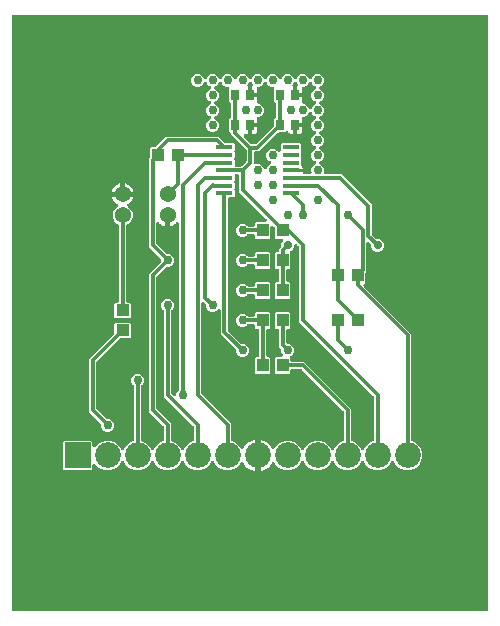
<source format=gbr>
G04 EAGLE Gerber RS-274X export*
G75*
%MOMM*%
%FSLAX34Y34*%
%LPD*%
%INTop Copper*%
%IPPOS*%
%AMOC8*
5,1,8,0,0,1.08239X$1,22.5*%
G01*
%ADD10C,1.371600*%
%ADD11R,1.100000X1.000000*%
%ADD12R,1.000000X1.100000*%
%ADD13R,2.184400X2.184400*%
%ADD14C,2.184400*%
%ADD15R,1.461200X0.350800*%
%ADD16R,0.700000X0.900000*%
%ADD17C,0.304800*%
%ADD18C,0.755600*%
%ADD19C,0.736600*%

G36*
X409728Y7878D02*
X409728Y7878D01*
X409754Y7876D01*
X409901Y7898D01*
X410048Y7915D01*
X410073Y7923D01*
X410099Y7927D01*
X410237Y7982D01*
X410376Y8032D01*
X410398Y8046D01*
X410423Y8056D01*
X410544Y8141D01*
X410669Y8221D01*
X410687Y8240D01*
X410709Y8255D01*
X410808Y8365D01*
X410911Y8472D01*
X410925Y8494D01*
X410942Y8514D01*
X411014Y8644D01*
X411090Y8771D01*
X411098Y8796D01*
X411111Y8819D01*
X411151Y8962D01*
X411196Y9103D01*
X411198Y9129D01*
X411206Y9154D01*
X411225Y9398D01*
X411225Y511302D01*
X411222Y511328D01*
X411224Y511354D01*
X411202Y511501D01*
X411185Y511648D01*
X411177Y511673D01*
X411173Y511699D01*
X411118Y511837D01*
X411068Y511976D01*
X411054Y511998D01*
X411044Y512023D01*
X410959Y512144D01*
X410879Y512269D01*
X410860Y512287D01*
X410845Y512309D01*
X410735Y512408D01*
X410628Y512511D01*
X410606Y512525D01*
X410586Y512542D01*
X410456Y512614D01*
X410329Y512690D01*
X410304Y512698D01*
X410281Y512711D01*
X410138Y512751D01*
X409997Y512796D01*
X409971Y512798D01*
X409946Y512806D01*
X409702Y512825D01*
X9398Y512825D01*
X9372Y512822D01*
X9346Y512824D01*
X9199Y512802D01*
X9052Y512785D01*
X9027Y512777D01*
X9001Y512773D01*
X8863Y512718D01*
X8724Y512668D01*
X8702Y512654D01*
X8677Y512644D01*
X8556Y512559D01*
X8431Y512479D01*
X8413Y512460D01*
X8391Y512445D01*
X8292Y512335D01*
X8189Y512228D01*
X8175Y512206D01*
X8158Y512186D01*
X8086Y512056D01*
X8010Y511929D01*
X8002Y511904D01*
X7989Y511881D01*
X7949Y511738D01*
X7904Y511597D01*
X7902Y511571D01*
X7894Y511546D01*
X7875Y511302D01*
X7875Y9398D01*
X7878Y9372D01*
X7876Y9346D01*
X7898Y9199D01*
X7915Y9052D01*
X7923Y9027D01*
X7927Y9001D01*
X7982Y8863D01*
X8032Y8724D01*
X8046Y8702D01*
X8056Y8677D01*
X8141Y8556D01*
X8221Y8431D01*
X8240Y8413D01*
X8255Y8391D01*
X8365Y8292D01*
X8472Y8189D01*
X8494Y8175D01*
X8514Y8158D01*
X8644Y8086D01*
X8771Y8010D01*
X8796Y8002D01*
X8819Y7989D01*
X8962Y7949D01*
X9103Y7904D01*
X9129Y7902D01*
X9154Y7894D01*
X9398Y7875D01*
X409702Y7875D01*
X409728Y7878D01*
G37*
%LPC*%
G36*
X218399Y138724D02*
X218399Y138724D01*
X218396Y138750D01*
X218398Y138776D01*
X218376Y138923D01*
X218359Y139070D01*
X218351Y139095D01*
X218347Y139121D01*
X218292Y139258D01*
X218242Y139398D01*
X218228Y139420D01*
X218218Y139445D01*
X218133Y139566D01*
X218053Y139691D01*
X218040Y139703D01*
X218085Y139750D01*
X218099Y139773D01*
X218116Y139792D01*
X218188Y139922D01*
X218264Y140049D01*
X218272Y140074D01*
X218285Y140097D01*
X218325Y140240D01*
X218370Y140381D01*
X218372Y140407D01*
X218380Y140432D01*
X218399Y140676D01*
X218399Y152935D01*
X219053Y152831D01*
X221068Y152176D01*
X222956Y151214D01*
X224670Y149969D01*
X226169Y148470D01*
X227414Y146756D01*
X227754Y146089D01*
X227777Y146055D01*
X227793Y146017D01*
X227873Y145910D01*
X227947Y145798D01*
X227977Y145770D01*
X228001Y145738D01*
X228103Y145651D01*
X228201Y145559D01*
X228236Y145539D01*
X228267Y145512D01*
X228386Y145451D01*
X228502Y145384D01*
X228541Y145372D01*
X228577Y145354D01*
X228707Y145321D01*
X228835Y145282D01*
X228876Y145279D01*
X228916Y145270D01*
X229050Y145268D01*
X229183Y145259D01*
X229223Y145265D01*
X229264Y145264D01*
X229395Y145293D01*
X229527Y145315D01*
X229565Y145330D01*
X229605Y145339D01*
X229725Y145396D01*
X229849Y145447D01*
X229882Y145471D01*
X229919Y145488D01*
X230024Y145572D01*
X230133Y145650D01*
X230160Y145680D01*
X230192Y145706D01*
X230275Y145811D01*
X230363Y145912D01*
X230382Y145947D01*
X230408Y145979D01*
X230519Y146197D01*
X230748Y146751D01*
X234249Y150252D01*
X238824Y152147D01*
X243776Y152147D01*
X248351Y150252D01*
X251852Y146751D01*
X252593Y144962D01*
X252641Y144874D01*
X252681Y144782D01*
X252726Y144722D01*
X252762Y144657D01*
X252829Y144583D01*
X252889Y144502D01*
X252946Y144454D01*
X252996Y144399D01*
X253079Y144342D01*
X253155Y144277D01*
X253222Y144243D01*
X253283Y144201D01*
X253376Y144164D01*
X253466Y144118D01*
X253538Y144100D01*
X253607Y144073D01*
X253706Y144058D01*
X253804Y144034D01*
X253878Y144033D01*
X253952Y144022D01*
X254052Y144031D01*
X254152Y144029D01*
X254225Y144045D01*
X254299Y144051D01*
X254395Y144082D01*
X254493Y144103D01*
X254560Y144135D01*
X254631Y144158D01*
X254717Y144210D01*
X254808Y144253D01*
X254866Y144300D01*
X254929Y144338D01*
X255002Y144408D01*
X255080Y144471D01*
X255126Y144529D01*
X255179Y144581D01*
X255234Y144665D01*
X255296Y144744D01*
X255342Y144834D01*
X255368Y144874D01*
X255380Y144908D01*
X255407Y144962D01*
X256148Y146751D01*
X259649Y150252D01*
X264224Y152147D01*
X269176Y152147D01*
X273751Y150252D01*
X277252Y146751D01*
X277993Y144962D01*
X278041Y144874D01*
X278081Y144782D01*
X278126Y144722D01*
X278162Y144657D01*
X278229Y144583D01*
X278289Y144502D01*
X278346Y144454D01*
X278396Y144399D01*
X278479Y144342D01*
X278555Y144277D01*
X278622Y144243D01*
X278683Y144201D01*
X278776Y144164D01*
X278866Y144118D01*
X278938Y144100D01*
X279007Y144073D01*
X279106Y144058D01*
X279204Y144034D01*
X279278Y144033D01*
X279352Y144022D01*
X279452Y144031D01*
X279552Y144029D01*
X279625Y144045D01*
X279699Y144051D01*
X279795Y144082D01*
X279893Y144103D01*
X279960Y144135D01*
X280031Y144158D01*
X280117Y144210D01*
X280208Y144253D01*
X280266Y144300D01*
X280329Y144338D01*
X280402Y144408D01*
X280480Y144471D01*
X280526Y144529D01*
X280579Y144581D01*
X280634Y144665D01*
X280696Y144744D01*
X280742Y144834D01*
X280768Y144874D01*
X280780Y144908D01*
X280807Y144962D01*
X281548Y146751D01*
X285049Y150252D01*
X288111Y151520D01*
X288178Y151557D01*
X288249Y151585D01*
X288330Y151641D01*
X288416Y151689D01*
X288472Y151741D01*
X288535Y151784D01*
X288601Y151857D01*
X288674Y151923D01*
X288717Y151986D01*
X288768Y152043D01*
X288816Y152129D01*
X288872Y152210D01*
X288900Y152281D01*
X288937Y152348D01*
X288964Y152443D01*
X289000Y152534D01*
X289011Y152610D01*
X289032Y152683D01*
X289044Y152832D01*
X289051Y152879D01*
X289049Y152898D01*
X289051Y152927D01*
X289051Y175906D01*
X289037Y176032D01*
X289030Y176158D01*
X289017Y176204D01*
X289011Y176252D01*
X288969Y176371D01*
X288934Y176493D01*
X288910Y176535D01*
X288894Y176581D01*
X288825Y176687D01*
X288764Y176797D01*
X288724Y176843D01*
X288705Y176873D01*
X288670Y176907D01*
X288605Y176983D01*
X253183Y212405D01*
X253084Y212484D01*
X252990Y212568D01*
X252948Y212592D01*
X252910Y212622D01*
X252796Y212676D01*
X252685Y212737D01*
X252639Y212750D01*
X252595Y212771D01*
X252472Y212797D01*
X252350Y212832D01*
X252289Y212837D01*
X252254Y212844D01*
X252206Y212843D01*
X252106Y212851D01*
X245148Y212851D01*
X245122Y212848D01*
X245096Y212850D01*
X244949Y212828D01*
X244802Y212811D01*
X244777Y212803D01*
X244751Y212799D01*
X244613Y212744D01*
X244474Y212694D01*
X244452Y212680D01*
X244427Y212670D01*
X244306Y212585D01*
X244181Y212505D01*
X244163Y212486D01*
X244141Y212471D01*
X244042Y212361D01*
X243939Y212254D01*
X243925Y212232D01*
X243908Y212212D01*
X243836Y212082D01*
X243760Y211955D01*
X243752Y211930D01*
X243739Y211907D01*
X243699Y211764D01*
X243654Y211623D01*
X243652Y211597D01*
X243644Y211572D01*
X243625Y211328D01*
X243625Y209768D01*
X242732Y208875D01*
X231468Y208875D01*
X230575Y209768D01*
X230575Y222032D01*
X231468Y222925D01*
X235799Y222925D01*
X235898Y222936D01*
X235999Y222938D01*
X236071Y222956D01*
X236145Y222965D01*
X236239Y222998D01*
X236337Y223023D01*
X236403Y223057D01*
X236473Y223082D01*
X236557Y223137D01*
X236647Y223183D01*
X236703Y223231D01*
X236766Y223271D01*
X236836Y223343D01*
X236912Y223408D01*
X236956Y223468D01*
X237008Y223522D01*
X237060Y223608D01*
X237119Y223689D01*
X237149Y223757D01*
X237187Y223821D01*
X237217Y223916D01*
X237257Y224009D01*
X237270Y224082D01*
X237293Y224153D01*
X237301Y224253D01*
X237319Y224352D01*
X237315Y224426D01*
X237321Y224500D01*
X237306Y224599D01*
X237301Y224700D01*
X237280Y224771D01*
X237269Y224845D01*
X237232Y224938D01*
X237204Y225035D01*
X237168Y225100D01*
X237141Y225169D01*
X237083Y225251D01*
X237034Y225339D01*
X236969Y225415D01*
X236942Y225455D01*
X236915Y225479D01*
X236876Y225525D01*
X236805Y225596D01*
X235997Y227545D01*
X235997Y228960D01*
X235983Y229086D01*
X235976Y229212D01*
X235963Y229258D01*
X235957Y229306D01*
X235915Y229425D01*
X235880Y229547D01*
X235856Y229589D01*
X235840Y229635D01*
X235771Y229741D01*
X235710Y229851D01*
X235670Y229897D01*
X235651Y229927D01*
X235616Y229961D01*
X235551Y230037D01*
X234051Y231537D01*
X234051Y245452D01*
X234048Y245478D01*
X234050Y245504D01*
X234028Y245651D01*
X234011Y245798D01*
X234003Y245823D01*
X233999Y245849D01*
X233944Y245987D01*
X233894Y246126D01*
X233880Y246148D01*
X233870Y246173D01*
X233785Y246294D01*
X233705Y246419D01*
X233686Y246437D01*
X233671Y246459D01*
X233561Y246558D01*
X233454Y246661D01*
X233432Y246675D01*
X233412Y246692D01*
X233282Y246764D01*
X233155Y246840D01*
X233130Y246848D01*
X233107Y246861D01*
X232964Y246901D01*
X232823Y246946D01*
X232797Y246948D01*
X232772Y246956D01*
X232528Y246975D01*
X231468Y246975D01*
X230575Y247868D01*
X230575Y260132D01*
X231468Y261025D01*
X242732Y261025D01*
X243625Y260132D01*
X243625Y247868D01*
X242732Y246975D01*
X241672Y246975D01*
X241646Y246972D01*
X241620Y246974D01*
X241473Y246952D01*
X241326Y246935D01*
X241301Y246927D01*
X241275Y246923D01*
X241137Y246868D01*
X240998Y246818D01*
X240976Y246804D01*
X240951Y246794D01*
X240830Y246709D01*
X240705Y246629D01*
X240687Y246610D01*
X240665Y246595D01*
X240566Y246485D01*
X240463Y246378D01*
X240449Y246356D01*
X240432Y246336D01*
X240360Y246206D01*
X240284Y246079D01*
X240276Y246054D01*
X240263Y246031D01*
X240223Y245888D01*
X240178Y245747D01*
X240176Y245721D01*
X240168Y245696D01*
X240149Y245452D01*
X240149Y235426D01*
X240152Y235400D01*
X240150Y235374D01*
X240172Y235227D01*
X240189Y235080D01*
X240197Y235055D01*
X240201Y235029D01*
X240256Y234891D01*
X240306Y234752D01*
X240320Y234730D01*
X240330Y234705D01*
X240415Y234584D01*
X240495Y234459D01*
X240514Y234441D01*
X240529Y234419D01*
X240639Y234320D01*
X240746Y234217D01*
X240768Y234203D01*
X240788Y234186D01*
X240918Y234114D01*
X241045Y234038D01*
X241070Y234030D01*
X241093Y234017D01*
X241236Y233977D01*
X241377Y233932D01*
X241403Y233930D01*
X241428Y233922D01*
X241672Y233903D01*
X242355Y233903D01*
X244304Y233095D01*
X245795Y231604D01*
X246603Y229655D01*
X246603Y227545D01*
X245795Y225596D01*
X244259Y224060D01*
X244199Y224029D01*
X244180Y224013D01*
X244159Y224002D01*
X244048Y223900D01*
X243933Y223803D01*
X243919Y223784D01*
X243901Y223768D01*
X243816Y223644D01*
X243726Y223523D01*
X243717Y223501D01*
X243703Y223481D01*
X243648Y223341D01*
X243588Y223203D01*
X243584Y223179D01*
X243575Y223157D01*
X243553Y223007D01*
X243527Y222860D01*
X243528Y222836D01*
X243524Y222812D01*
X243537Y222662D01*
X243545Y222512D01*
X243551Y222488D01*
X243553Y222465D01*
X243599Y222322D01*
X243625Y222234D01*
X243625Y220472D01*
X243628Y220446D01*
X243626Y220420D01*
X243648Y220273D01*
X243665Y220126D01*
X243673Y220101D01*
X243677Y220075D01*
X243732Y219937D01*
X243782Y219798D01*
X243796Y219776D01*
X243806Y219751D01*
X243891Y219630D01*
X243971Y219505D01*
X243990Y219487D01*
X244005Y219465D01*
X244115Y219366D01*
X244222Y219263D01*
X244244Y219249D01*
X244264Y219232D01*
X244394Y219160D01*
X244521Y219084D01*
X244546Y219076D01*
X244569Y219063D01*
X244712Y219023D01*
X244853Y218978D01*
X244879Y218976D01*
X244904Y218968D01*
X245148Y218949D01*
X255263Y218949D01*
X295149Y179063D01*
X295149Y152927D01*
X295157Y152851D01*
X295156Y152775D01*
X295177Y152679D01*
X295189Y152581D01*
X295214Y152509D01*
X295231Y152434D01*
X295273Y152346D01*
X295306Y152253D01*
X295348Y152189D01*
X295380Y152120D01*
X295442Y152043D01*
X295495Y151960D01*
X295550Y151907D01*
X295598Y151847D01*
X295675Y151786D01*
X295746Y151718D01*
X295811Y151679D01*
X295871Y151631D01*
X296004Y151563D01*
X296045Y151539D01*
X296063Y151533D01*
X296089Y151520D01*
X299151Y150252D01*
X302652Y146751D01*
X303393Y144962D01*
X303441Y144874D01*
X303481Y144782D01*
X303526Y144722D01*
X303562Y144657D01*
X303629Y144583D01*
X303689Y144502D01*
X303746Y144454D01*
X303796Y144399D01*
X303879Y144342D01*
X303955Y144277D01*
X304022Y144243D01*
X304083Y144201D01*
X304176Y144164D01*
X304266Y144118D01*
X304338Y144100D01*
X304407Y144073D01*
X304506Y144058D01*
X304604Y144034D01*
X304678Y144033D01*
X304752Y144022D01*
X304852Y144031D01*
X304952Y144029D01*
X305025Y144045D01*
X305099Y144051D01*
X305195Y144082D01*
X305293Y144103D01*
X305360Y144135D01*
X305431Y144158D01*
X305517Y144210D01*
X305608Y144253D01*
X305666Y144300D01*
X305729Y144338D01*
X305802Y144408D01*
X305880Y144471D01*
X305926Y144529D01*
X305979Y144581D01*
X306034Y144665D01*
X306096Y144744D01*
X306142Y144834D01*
X306168Y144874D01*
X306180Y144908D01*
X306207Y144962D01*
X306948Y146751D01*
X310449Y150252D01*
X313511Y151520D01*
X313578Y151557D01*
X313649Y151585D01*
X313730Y151641D01*
X313816Y151689D01*
X313872Y151741D01*
X313935Y151784D01*
X314001Y151857D01*
X314074Y151923D01*
X314117Y151986D01*
X314168Y152043D01*
X314216Y152129D01*
X314272Y152210D01*
X314300Y152281D01*
X314337Y152348D01*
X314364Y152443D01*
X314400Y152534D01*
X314411Y152610D01*
X314432Y152683D01*
X314444Y152832D01*
X314451Y152879D01*
X314449Y152898D01*
X314451Y152927D01*
X314451Y188606D01*
X314437Y188732D01*
X314430Y188858D01*
X314417Y188904D01*
X314411Y188952D01*
X314369Y189071D01*
X314334Y189193D01*
X314310Y189235D01*
X314294Y189281D01*
X314225Y189387D01*
X314164Y189497D01*
X314124Y189543D01*
X314105Y189573D01*
X314070Y189607D01*
X314005Y189683D01*
X250951Y252737D01*
X250951Y315606D01*
X250950Y315618D01*
X250950Y315623D01*
X250946Y315654D01*
X250937Y315731D01*
X250930Y315858D01*
X250917Y315905D01*
X250911Y315952D01*
X250869Y316071D01*
X250834Y316193D01*
X250810Y316235D01*
X250794Y316281D01*
X250725Y316387D01*
X250664Y316497D01*
X250624Y316543D01*
X250605Y316573D01*
X250570Y316607D01*
X250505Y316683D01*
X249108Y318080D01*
X249029Y318143D01*
X248957Y318213D01*
X248893Y318251D01*
X248835Y318297D01*
X248744Y318340D01*
X248658Y318391D01*
X248587Y318414D01*
X248520Y318446D01*
X248422Y318467D01*
X248326Y318498D01*
X248252Y318504D01*
X248179Y318519D01*
X248079Y318518D01*
X247979Y318526D01*
X247905Y318515D01*
X247831Y318513D01*
X247734Y318489D01*
X247634Y318474D01*
X247565Y318446D01*
X247493Y318428D01*
X247404Y318382D01*
X247310Y318345D01*
X247249Y318303D01*
X247183Y318269D01*
X247107Y318204D01*
X247024Y318146D01*
X246974Y318091D01*
X246918Y318043D01*
X246858Y317962D01*
X246791Y317887D01*
X246755Y317822D01*
X246710Y317763D01*
X246671Y317671D01*
X246622Y317582D01*
X246602Y317511D01*
X246572Y317443D01*
X246555Y317344D01*
X246527Y317247D01*
X246519Y317147D01*
X246511Y317100D01*
X246513Y317064D01*
X246508Y317003D01*
X246508Y316464D01*
X245715Y314550D01*
X244210Y313045D01*
X244126Y313002D01*
X244108Y312986D01*
X244087Y312974D01*
X243975Y312873D01*
X243861Y312776D01*
X243846Y312756D01*
X243829Y312740D01*
X243743Y312616D01*
X243654Y312495D01*
X243644Y312473D01*
X243630Y312454D01*
X243575Y312314D01*
X243516Y312175D01*
X243511Y312152D01*
X243503Y312130D01*
X243481Y311981D01*
X243454Y311832D01*
X243455Y311808D01*
X243452Y311785D01*
X243464Y311635D01*
X243472Y311484D01*
X243479Y311461D01*
X243481Y311437D01*
X243527Y311294D01*
X243568Y311150D01*
X243580Y311129D01*
X243588Y311106D01*
X243625Y311044D01*
X243625Y298668D01*
X242732Y297775D01*
X241672Y297775D01*
X241646Y297772D01*
X241620Y297774D01*
X241473Y297752D01*
X241326Y297735D01*
X241301Y297727D01*
X241275Y297723D01*
X241137Y297668D01*
X240998Y297618D01*
X240976Y297604D01*
X240951Y297594D01*
X240830Y297509D01*
X240705Y297429D01*
X240687Y297410D01*
X240665Y297395D01*
X240566Y297285D01*
X240463Y297178D01*
X240449Y297156D01*
X240432Y297136D01*
X240360Y297006D01*
X240284Y296879D01*
X240276Y296854D01*
X240263Y296831D01*
X240223Y296688D01*
X240178Y296547D01*
X240176Y296521D01*
X240168Y296496D01*
X240149Y296252D01*
X240149Y287948D01*
X240152Y287922D01*
X240150Y287896D01*
X240172Y287749D01*
X240189Y287602D01*
X240197Y287577D01*
X240201Y287551D01*
X240256Y287413D01*
X240306Y287274D01*
X240320Y287252D01*
X240330Y287227D01*
X240415Y287106D01*
X240495Y286981D01*
X240514Y286963D01*
X240529Y286941D01*
X240639Y286842D01*
X240746Y286739D01*
X240768Y286725D01*
X240788Y286708D01*
X240918Y286636D01*
X241045Y286560D01*
X241070Y286552D01*
X241093Y286539D01*
X241236Y286499D01*
X241377Y286454D01*
X241403Y286452D01*
X241428Y286444D01*
X241672Y286425D01*
X242732Y286425D01*
X243625Y285532D01*
X243625Y273268D01*
X242732Y272375D01*
X231468Y272375D01*
X230575Y273268D01*
X230575Y285532D01*
X231468Y286425D01*
X232528Y286425D01*
X232554Y286428D01*
X232580Y286426D01*
X232727Y286448D01*
X232874Y286465D01*
X232899Y286473D01*
X232925Y286477D01*
X233063Y286532D01*
X233202Y286582D01*
X233224Y286596D01*
X233249Y286606D01*
X233370Y286691D01*
X233495Y286771D01*
X233513Y286790D01*
X233535Y286805D01*
X233634Y286915D01*
X233737Y287022D01*
X233751Y287044D01*
X233768Y287064D01*
X233840Y287194D01*
X233916Y287321D01*
X233924Y287346D01*
X233937Y287369D01*
X233977Y287512D01*
X234022Y287653D01*
X234024Y287679D01*
X234032Y287704D01*
X234051Y287948D01*
X234051Y296252D01*
X234048Y296278D01*
X234050Y296304D01*
X234028Y296451D01*
X234011Y296598D01*
X234003Y296623D01*
X233999Y296649D01*
X233944Y296787D01*
X233894Y296926D01*
X233880Y296948D01*
X233870Y296973D01*
X233785Y297094D01*
X233705Y297219D01*
X233686Y297237D01*
X233671Y297259D01*
X233561Y297358D01*
X233454Y297461D01*
X233432Y297475D01*
X233412Y297492D01*
X233282Y297564D01*
X233155Y297640D01*
X233130Y297648D01*
X233107Y297661D01*
X232964Y297701D01*
X232823Y297746D01*
X232797Y297748D01*
X232772Y297756D01*
X232528Y297775D01*
X231468Y297775D01*
X230575Y298668D01*
X230575Y310932D01*
X231468Y311825D01*
X232528Y311825D01*
X232554Y311828D01*
X232580Y311826D01*
X232727Y311848D01*
X232874Y311865D01*
X232899Y311873D01*
X232925Y311877D01*
X233063Y311932D01*
X233202Y311982D01*
X233224Y311996D01*
X233249Y312006D01*
X233370Y312091D01*
X233495Y312171D01*
X233513Y312190D01*
X233535Y312205D01*
X233634Y312315D01*
X233737Y312422D01*
X233751Y312444D01*
X233768Y312464D01*
X233840Y312594D01*
X233916Y312721D01*
X233924Y312746D01*
X233937Y312769D01*
X233977Y312912D01*
X234022Y313053D01*
X234024Y313079D01*
X234032Y313104D01*
X234051Y313348D01*
X234051Y314563D01*
X235646Y316158D01*
X235725Y316257D01*
X235809Y316351D01*
X235833Y316393D01*
X235863Y316431D01*
X235917Y316545D01*
X235978Y316656D01*
X235991Y316702D01*
X236012Y316746D01*
X236038Y316869D01*
X236073Y316991D01*
X236078Y317052D01*
X236085Y317087D01*
X236084Y317135D01*
X236092Y317235D01*
X236092Y318536D01*
X236885Y320450D01*
X237010Y320575D01*
X237073Y320654D01*
X237142Y320726D01*
X237180Y320790D01*
X237227Y320848D01*
X237270Y320939D01*
X237321Y321025D01*
X237344Y321096D01*
X237376Y321163D01*
X237397Y321261D01*
X237427Y321357D01*
X237433Y321431D01*
X237449Y321504D01*
X237447Y321604D01*
X237455Y321704D01*
X237444Y321778D01*
X237443Y321852D01*
X237419Y321950D01*
X237404Y322049D01*
X237376Y322118D01*
X237358Y322190D01*
X237312Y322280D01*
X237275Y322373D01*
X237233Y322434D01*
X237198Y322500D01*
X237133Y322576D01*
X237076Y322659D01*
X237021Y322709D01*
X236973Y322765D01*
X236892Y322825D01*
X236817Y322892D01*
X236752Y322928D01*
X236692Y322973D01*
X236600Y323012D01*
X236512Y323061D01*
X236441Y323081D01*
X236372Y323111D01*
X236273Y323128D01*
X236177Y323156D01*
X236077Y323164D01*
X236029Y323172D01*
X235994Y323170D01*
X235933Y323175D01*
X231468Y323175D01*
X230575Y324068D01*
X230575Y331782D01*
X230561Y331907D01*
X230554Y332034D01*
X230541Y332081D01*
X230535Y332128D01*
X230493Y332247D01*
X230458Y332369D01*
X230434Y332411D01*
X230418Y332457D01*
X230349Y332563D01*
X230288Y332673D01*
X230248Y332719D01*
X230229Y332749D01*
X230194Y332783D01*
X230129Y332859D01*
X229225Y333763D01*
X229146Y333826D01*
X229074Y333896D01*
X229010Y333934D01*
X228952Y333980D01*
X228861Y334023D01*
X228775Y334074D01*
X228704Y334097D01*
X228637Y334129D01*
X228539Y334150D01*
X228443Y334181D01*
X228369Y334187D01*
X228296Y334202D01*
X228196Y334201D01*
X228096Y334209D01*
X228022Y334198D01*
X227948Y334196D01*
X227851Y334172D01*
X227751Y334157D01*
X227682Y334129D01*
X227610Y334111D01*
X227521Y334065D01*
X227427Y334028D01*
X227366Y333986D01*
X227300Y333952D01*
X227223Y333886D01*
X227141Y333829D01*
X227091Y333774D01*
X227035Y333726D01*
X226975Y333645D01*
X226908Y333570D01*
X226872Y333505D01*
X226827Y333446D01*
X226788Y333353D01*
X226739Y333265D01*
X226719Y333194D01*
X226689Y333126D01*
X226672Y333027D01*
X226644Y332930D01*
X226636Y332830D01*
X226628Y332783D01*
X226630Y332747D01*
X226625Y332686D01*
X226625Y324068D01*
X225732Y323175D01*
X214468Y323175D01*
X213575Y324068D01*
X213575Y325628D01*
X213572Y325654D01*
X213574Y325680D01*
X213552Y325827D01*
X213535Y325974D01*
X213527Y325999D01*
X213523Y326025D01*
X213468Y326163D01*
X213418Y326302D01*
X213404Y326324D01*
X213394Y326349D01*
X213309Y326470D01*
X213229Y326595D01*
X213210Y326613D01*
X213195Y326635D01*
X213085Y326734D01*
X212978Y326837D01*
X212956Y326851D01*
X212936Y326868D01*
X212806Y326940D01*
X212679Y327016D01*
X212654Y327024D01*
X212631Y327037D01*
X212488Y327077D01*
X212347Y327122D01*
X212321Y327124D01*
X212296Y327132D01*
X212052Y327151D01*
X208281Y327151D01*
X208156Y327137D01*
X208030Y327130D01*
X207983Y327117D01*
X207935Y327111D01*
X207816Y327069D01*
X207695Y327034D01*
X207653Y327010D01*
X207607Y326994D01*
X207501Y326925D01*
X207391Y326864D01*
X207344Y326824D01*
X207314Y326805D01*
X207281Y326770D01*
X207204Y326705D01*
X206204Y325705D01*
X204255Y324897D01*
X202145Y324897D01*
X200196Y325705D01*
X198705Y327196D01*
X197897Y329145D01*
X197897Y331255D01*
X198705Y333204D01*
X200196Y334695D01*
X202145Y335503D01*
X204255Y335503D01*
X206204Y334695D01*
X207204Y333695D01*
X207303Y333616D01*
X207397Y333532D01*
X207440Y333508D01*
X207477Y333478D01*
X207592Y333424D01*
X207702Y333363D01*
X207749Y333350D01*
X207792Y333329D01*
X207916Y333303D01*
X208038Y333268D01*
X208098Y333263D01*
X208133Y333256D01*
X208181Y333257D01*
X208281Y333249D01*
X212052Y333249D01*
X212078Y333252D01*
X212104Y333250D01*
X212251Y333272D01*
X212398Y333289D01*
X212423Y333297D01*
X212449Y333301D01*
X212587Y333356D01*
X212726Y333406D01*
X212748Y333420D01*
X212773Y333430D01*
X212894Y333515D01*
X213019Y333595D01*
X213037Y333614D01*
X213059Y333629D01*
X213158Y333739D01*
X213261Y333846D01*
X213275Y333868D01*
X213292Y333888D01*
X213364Y334018D01*
X213440Y334145D01*
X213448Y334170D01*
X213461Y334193D01*
X213501Y334336D01*
X213546Y334477D01*
X213548Y334503D01*
X213556Y334528D01*
X213575Y334772D01*
X213575Y336332D01*
X214468Y337225D01*
X222086Y337225D01*
X222186Y337236D01*
X222286Y337238D01*
X222359Y337256D01*
X222432Y337265D01*
X222527Y337298D01*
X222624Y337323D01*
X222691Y337357D01*
X222761Y337382D01*
X222845Y337437D01*
X222934Y337483D01*
X222991Y337531D01*
X223053Y337571D01*
X223123Y337643D01*
X223200Y337708D01*
X223244Y337768D01*
X223296Y337822D01*
X223347Y337908D01*
X223407Y337989D01*
X223436Y338057D01*
X223474Y338121D01*
X223505Y338217D01*
X223545Y338309D01*
X223558Y338382D01*
X223581Y338453D01*
X223589Y338553D01*
X223606Y338652D01*
X223603Y338726D01*
X223609Y338800D01*
X223594Y338900D01*
X223589Y339000D01*
X223568Y339071D01*
X223557Y339145D01*
X223520Y339238D01*
X223492Y339335D01*
X223456Y339400D01*
X223428Y339469D01*
X223371Y339551D01*
X223322Y339639D01*
X223257Y339715D01*
X223229Y339755D01*
X223203Y339779D01*
X223163Y339825D01*
X200151Y362837D01*
X200151Y376428D01*
X200148Y376454D01*
X200150Y376480D01*
X200128Y376627D01*
X200111Y376774D01*
X200103Y376799D01*
X200099Y376825D01*
X200044Y376963D01*
X199994Y377102D01*
X199980Y377124D01*
X199970Y377149D01*
X199885Y377270D01*
X199805Y377395D01*
X199786Y377413D01*
X199771Y377435D01*
X199661Y377534D01*
X199554Y377637D01*
X199532Y377651D01*
X199512Y377668D01*
X199382Y377740D01*
X199255Y377816D01*
X199230Y377824D01*
X199207Y377837D01*
X199064Y377877D01*
X198923Y377922D01*
X198897Y377924D01*
X198872Y377932D01*
X198628Y377951D01*
X198004Y377951D01*
X197978Y377948D01*
X197952Y377950D01*
X197805Y377928D01*
X197658Y377911D01*
X197633Y377903D01*
X197607Y377899D01*
X197469Y377844D01*
X197330Y377794D01*
X197308Y377780D01*
X197283Y377770D01*
X197162Y377685D01*
X197037Y377605D01*
X197019Y377586D01*
X196997Y377571D01*
X196898Y377461D01*
X196795Y377354D01*
X196781Y377332D01*
X196764Y377312D01*
X196692Y377182D01*
X196616Y377055D01*
X196608Y377030D01*
X196595Y377007D01*
X196555Y376864D01*
X196510Y376723D01*
X196508Y376697D01*
X196500Y376672D01*
X196481Y376428D01*
X196481Y372059D01*
X196477Y372054D01*
X196466Y372030D01*
X196450Y372009D01*
X196391Y371873D01*
X196328Y371739D01*
X196322Y371713D01*
X196312Y371689D01*
X196286Y371543D01*
X196254Y371398D01*
X196255Y371372D01*
X196250Y371346D01*
X196258Y371198D01*
X196260Y371050D01*
X196267Y371024D01*
X196268Y370998D01*
X196309Y370856D01*
X196345Y370712D01*
X196357Y370689D01*
X196365Y370663D01*
X196437Y370534D01*
X196481Y370449D01*
X196481Y365559D01*
X196477Y365554D01*
X196466Y365530D01*
X196450Y365509D01*
X196391Y365373D01*
X196328Y365239D01*
X196322Y365213D01*
X196312Y365189D01*
X196286Y365043D01*
X196254Y364898D01*
X196255Y364872D01*
X196250Y364846D01*
X196258Y364698D01*
X196260Y364550D01*
X196267Y364524D01*
X196268Y364498D01*
X196309Y364356D01*
X196345Y364212D01*
X196357Y364189D01*
X196365Y364163D01*
X196437Y364034D01*
X196481Y363949D01*
X196481Y359114D01*
X195588Y358221D01*
X192222Y358221D01*
X192196Y358218D01*
X192170Y358220D01*
X192023Y358198D01*
X191876Y358181D01*
X191851Y358173D01*
X191825Y358169D01*
X191687Y358114D01*
X191548Y358064D01*
X191526Y358050D01*
X191501Y358040D01*
X191380Y357955D01*
X191255Y357875D01*
X191237Y357856D01*
X191215Y357841D01*
X191116Y357731D01*
X191013Y357624D01*
X190999Y357602D01*
X190982Y357582D01*
X190910Y357452D01*
X190834Y357325D01*
X190826Y357300D01*
X190813Y357277D01*
X190773Y357134D01*
X190728Y356993D01*
X190726Y356967D01*
X190718Y356942D01*
X190699Y356698D01*
X190699Y246044D01*
X190713Y245918D01*
X190720Y245792D01*
X190733Y245746D01*
X190739Y245698D01*
X190781Y245579D01*
X190816Y245457D01*
X190840Y245415D01*
X190856Y245369D01*
X190925Y245263D01*
X190986Y245153D01*
X191026Y245107D01*
X191045Y245077D01*
X191080Y245043D01*
X191145Y244967D01*
X201763Y234349D01*
X201862Y234270D01*
X201956Y234186D01*
X201998Y234162D01*
X202036Y234132D01*
X202150Y234078D01*
X202261Y234017D01*
X202307Y234004D01*
X202351Y233983D01*
X202474Y233957D01*
X202596Y233922D01*
X202657Y233917D01*
X202691Y233910D01*
X202739Y233911D01*
X202840Y233903D01*
X204255Y233903D01*
X206204Y233095D01*
X207695Y231604D01*
X208503Y229655D01*
X208503Y227545D01*
X207695Y225596D01*
X206204Y224105D01*
X204255Y223297D01*
X202145Y223297D01*
X200196Y224105D01*
X198705Y225596D01*
X197897Y227545D01*
X197897Y228960D01*
X197883Y229086D01*
X197876Y229212D01*
X197863Y229258D01*
X197857Y229306D01*
X197815Y229425D01*
X197780Y229547D01*
X197756Y229589D01*
X197740Y229635D01*
X197671Y229741D01*
X197610Y229851D01*
X197570Y229897D01*
X197551Y229927D01*
X197516Y229961D01*
X197451Y230037D01*
X186833Y240655D01*
X184601Y242887D01*
X184601Y262325D01*
X184590Y262424D01*
X184588Y262525D01*
X184570Y262597D01*
X184561Y262671D01*
X184528Y262765D01*
X184503Y262863D01*
X184469Y262929D01*
X184444Y262999D01*
X184389Y263083D01*
X184343Y263173D01*
X184295Y263229D01*
X184255Y263292D01*
X184183Y263362D01*
X184118Y263438D01*
X184058Y263482D01*
X184004Y263534D01*
X183918Y263585D01*
X183837Y263645D01*
X183769Y263675D01*
X183705Y263713D01*
X183609Y263743D01*
X183517Y263783D01*
X183444Y263796D01*
X183373Y263819D01*
X183273Y263827D01*
X183174Y263845D01*
X183100Y263841D01*
X183026Y263847D01*
X182926Y263832D01*
X182826Y263827D01*
X182755Y263806D01*
X182681Y263795D01*
X182588Y263758D01*
X182491Y263730D01*
X182426Y263694D01*
X182357Y263667D01*
X182275Y263609D01*
X182187Y263560D01*
X182111Y263495D01*
X182071Y263468D01*
X182047Y263441D01*
X182001Y263402D01*
X180804Y262205D01*
X178855Y261397D01*
X176745Y261397D01*
X174796Y262205D01*
X173305Y263696D01*
X172497Y265645D01*
X172497Y267060D01*
X172483Y267185D01*
X172476Y267312D01*
X172463Y267359D01*
X172457Y267406D01*
X172415Y267525D01*
X172380Y267647D01*
X172356Y267689D01*
X172340Y267735D01*
X172271Y267841D01*
X172210Y267951D01*
X172170Y267997D01*
X172151Y268027D01*
X172116Y268061D01*
X172051Y268137D01*
X170749Y269439D01*
X170670Y269502D01*
X170598Y269572D01*
X170572Y269587D01*
X170568Y269591D01*
X170542Y269605D01*
X170534Y269610D01*
X170476Y269656D01*
X170385Y269699D01*
X170299Y269750D01*
X170228Y269773D01*
X170161Y269805D01*
X170063Y269826D01*
X169967Y269857D01*
X169893Y269863D01*
X169820Y269878D01*
X169720Y269877D01*
X169620Y269885D01*
X169546Y269874D01*
X169472Y269872D01*
X169375Y269848D01*
X169275Y269833D01*
X169206Y269805D01*
X169134Y269787D01*
X169045Y269741D01*
X168951Y269704D01*
X168890Y269662D01*
X168824Y269628D01*
X168748Y269563D01*
X168665Y269505D01*
X168615Y269450D01*
X168559Y269402D01*
X168499Y269321D01*
X168432Y269246D01*
X168396Y269181D01*
X168351Y269122D01*
X168312Y269029D01*
X168263Y268941D01*
X168243Y268870D01*
X168213Y268802D01*
X168196Y268703D01*
X168194Y268698D01*
X168178Y268646D01*
X168177Y268636D01*
X168168Y268606D01*
X168160Y268506D01*
X168152Y268459D01*
X168154Y268423D01*
X168149Y268362D01*
X168149Y192394D01*
X168163Y192268D01*
X168170Y192142D01*
X168183Y192096D01*
X168189Y192048D01*
X168231Y191929D01*
X168266Y191807D01*
X168290Y191765D01*
X168306Y191719D01*
X168375Y191613D01*
X168436Y191503D01*
X168476Y191457D01*
X168495Y191427D01*
X168530Y191393D01*
X168595Y191317D01*
X193549Y166363D01*
X193549Y152927D01*
X193557Y152851D01*
X193556Y152775D01*
X193577Y152679D01*
X193589Y152581D01*
X193614Y152509D01*
X193631Y152434D01*
X193673Y152346D01*
X193706Y152253D01*
X193748Y152189D01*
X193780Y152120D01*
X193842Y152043D01*
X193895Y151960D01*
X193950Y151907D01*
X193998Y151847D01*
X194075Y151786D01*
X194146Y151718D01*
X194211Y151679D01*
X194271Y151631D01*
X194404Y151563D01*
X194445Y151539D01*
X194463Y151533D01*
X194489Y151520D01*
X197551Y150252D01*
X201052Y146751D01*
X201281Y146197D01*
X201301Y146162D01*
X201314Y146123D01*
X201385Y146010D01*
X201450Y145893D01*
X201478Y145862D01*
X201499Y145828D01*
X201594Y145734D01*
X201684Y145634D01*
X201718Y145611D01*
X201747Y145583D01*
X201861Y145512D01*
X201971Y145436D01*
X202009Y145421D01*
X202044Y145400D01*
X202171Y145357D01*
X202295Y145308D01*
X202336Y145302D01*
X202374Y145290D01*
X202508Y145277D01*
X202640Y145258D01*
X202681Y145261D01*
X202721Y145257D01*
X202854Y145275D01*
X202987Y145286D01*
X203026Y145299D01*
X203067Y145305D01*
X203192Y145352D01*
X203319Y145394D01*
X203354Y145414D01*
X203392Y145429D01*
X203503Y145504D01*
X203618Y145573D01*
X203647Y145602D01*
X203681Y145624D01*
X203772Y145723D01*
X203868Y145816D01*
X203890Y145850D01*
X203917Y145880D01*
X204046Y146089D01*
X204386Y146756D01*
X205631Y148470D01*
X207130Y149969D01*
X208844Y151214D01*
X210732Y152176D01*
X212747Y152831D01*
X213401Y152935D01*
X213401Y140676D01*
X213404Y140650D01*
X213402Y140624D01*
X213424Y140477D01*
X213441Y140330D01*
X213449Y140305D01*
X213453Y140279D01*
X213508Y140142D01*
X213558Y140002D01*
X213572Y139980D01*
X213582Y139955D01*
X213667Y139834D01*
X213747Y139709D01*
X213760Y139697D01*
X213715Y139650D01*
X213701Y139627D01*
X213684Y139608D01*
X213612Y139478D01*
X213536Y139351D01*
X213528Y139326D01*
X213515Y139303D01*
X213475Y139160D01*
X213430Y139019D01*
X213427Y138993D01*
X213420Y138968D01*
X213401Y138724D01*
X213401Y126465D01*
X212747Y126569D01*
X210732Y127224D01*
X208844Y128186D01*
X207130Y129431D01*
X205631Y130930D01*
X204386Y132644D01*
X204046Y133311D01*
X204023Y133345D01*
X204007Y133383D01*
X203927Y133490D01*
X203853Y133602D01*
X203823Y133630D01*
X203799Y133662D01*
X203697Y133749D01*
X203599Y133841D01*
X203564Y133861D01*
X203533Y133888D01*
X203414Y133949D01*
X203298Y134016D01*
X203259Y134028D01*
X203223Y134046D01*
X203093Y134079D01*
X202965Y134118D01*
X202924Y134121D01*
X202884Y134131D01*
X202750Y134132D01*
X202617Y134142D01*
X202577Y134135D01*
X202536Y134136D01*
X202405Y134107D01*
X202273Y134085D01*
X202235Y134070D01*
X202195Y134061D01*
X202075Y134004D01*
X201951Y133953D01*
X201918Y133929D01*
X201881Y133912D01*
X201776Y133828D01*
X201667Y133750D01*
X201640Y133720D01*
X201608Y133694D01*
X201525Y133589D01*
X201437Y133488D01*
X201418Y133453D01*
X201392Y133421D01*
X201281Y133203D01*
X201052Y132649D01*
X197551Y129148D01*
X192976Y127253D01*
X188024Y127253D01*
X183449Y129148D01*
X179948Y132649D01*
X179207Y134438D01*
X179159Y134526D01*
X179118Y134618D01*
X179074Y134678D01*
X179038Y134743D01*
X178971Y134817D01*
X178911Y134898D01*
X178854Y134946D01*
X178804Y135001D01*
X178721Y135058D01*
X178645Y135123D01*
X178578Y135157D01*
X178517Y135199D01*
X178424Y135236D01*
X178334Y135282D01*
X178262Y135300D01*
X178193Y135327D01*
X178094Y135342D01*
X177996Y135366D01*
X177922Y135367D01*
X177848Y135378D01*
X177748Y135369D01*
X177648Y135371D01*
X177575Y135355D01*
X177501Y135349D01*
X177405Y135318D01*
X177307Y135297D01*
X177240Y135265D01*
X177169Y135242D01*
X177083Y135190D01*
X176992Y135147D01*
X176934Y135100D01*
X176871Y135062D01*
X176799Y134992D01*
X176720Y134929D01*
X176674Y134871D01*
X176621Y134819D01*
X176566Y134735D01*
X176504Y134656D01*
X176458Y134566D01*
X176432Y134526D01*
X176420Y134492D01*
X176393Y134438D01*
X175652Y132649D01*
X172151Y129148D01*
X167576Y127253D01*
X162624Y127253D01*
X158049Y129148D01*
X154548Y132649D01*
X153807Y134438D01*
X153759Y134526D01*
X153719Y134618D01*
X153674Y134678D01*
X153638Y134743D01*
X153571Y134817D01*
X153511Y134898D01*
X153454Y134946D01*
X153404Y135001D01*
X153321Y135058D01*
X153245Y135123D01*
X153178Y135157D01*
X153117Y135199D01*
X153024Y135236D01*
X152934Y135282D01*
X152862Y135300D01*
X152793Y135327D01*
X152694Y135342D01*
X152596Y135366D01*
X152522Y135367D01*
X152448Y135378D01*
X152348Y135369D01*
X152248Y135371D01*
X152175Y135355D01*
X152101Y135349D01*
X152005Y135318D01*
X151907Y135297D01*
X151840Y135265D01*
X151769Y135242D01*
X151683Y135190D01*
X151592Y135147D01*
X151534Y135100D01*
X151471Y135062D01*
X151398Y134992D01*
X151320Y134929D01*
X151274Y134871D01*
X151221Y134819D01*
X151166Y134735D01*
X151104Y134656D01*
X151058Y134566D01*
X151032Y134526D01*
X151020Y134492D01*
X150993Y134438D01*
X150252Y132649D01*
X146751Y129148D01*
X142176Y127253D01*
X137224Y127253D01*
X132649Y129148D01*
X129148Y132649D01*
X128407Y134438D01*
X128359Y134526D01*
X128318Y134618D01*
X128274Y134678D01*
X128238Y134743D01*
X128171Y134817D01*
X128111Y134898D01*
X128054Y134946D01*
X128004Y135001D01*
X127921Y135058D01*
X127845Y135123D01*
X127778Y135157D01*
X127717Y135199D01*
X127624Y135236D01*
X127534Y135282D01*
X127462Y135300D01*
X127393Y135327D01*
X127294Y135342D01*
X127196Y135366D01*
X127122Y135367D01*
X127048Y135378D01*
X126948Y135369D01*
X126848Y135371D01*
X126775Y135355D01*
X126701Y135349D01*
X126605Y135318D01*
X126507Y135297D01*
X126440Y135265D01*
X126369Y135242D01*
X126283Y135190D01*
X126192Y135147D01*
X126134Y135100D01*
X126071Y135062D01*
X125999Y134992D01*
X125920Y134929D01*
X125874Y134871D01*
X125821Y134819D01*
X125766Y134735D01*
X125704Y134656D01*
X125658Y134566D01*
X125632Y134526D01*
X125620Y134492D01*
X125593Y134438D01*
X124852Y132649D01*
X121351Y129148D01*
X116776Y127253D01*
X111824Y127253D01*
X107249Y129148D01*
X103748Y132649D01*
X103007Y134438D01*
X102959Y134526D01*
X102918Y134618D01*
X102874Y134678D01*
X102838Y134743D01*
X102771Y134817D01*
X102711Y134898D01*
X102654Y134946D01*
X102604Y135001D01*
X102521Y135058D01*
X102445Y135123D01*
X102378Y135157D01*
X102317Y135199D01*
X102224Y135236D01*
X102134Y135282D01*
X102062Y135300D01*
X101993Y135327D01*
X101894Y135342D01*
X101796Y135366D01*
X101722Y135367D01*
X101648Y135378D01*
X101548Y135369D01*
X101448Y135371D01*
X101375Y135355D01*
X101301Y135349D01*
X101205Y135318D01*
X101107Y135297D01*
X101040Y135265D01*
X100969Y135242D01*
X100883Y135190D01*
X100792Y135147D01*
X100734Y135100D01*
X100671Y135062D01*
X100599Y134992D01*
X100520Y134929D01*
X100474Y134871D01*
X100421Y134819D01*
X100366Y134735D01*
X100304Y134656D01*
X100258Y134566D01*
X100232Y134526D01*
X100220Y134492D01*
X100193Y134438D01*
X99452Y132649D01*
X95951Y129148D01*
X91376Y127253D01*
X86424Y127253D01*
X81849Y129148D01*
X78547Y132451D01*
X78469Y132513D01*
X78396Y132583D01*
X78332Y132621D01*
X78274Y132667D01*
X78183Y132710D01*
X78097Y132762D01*
X78026Y132784D01*
X77959Y132816D01*
X77861Y132837D01*
X77765Y132868D01*
X77691Y132874D01*
X77618Y132890D01*
X77518Y132888D01*
X77418Y132896D01*
X77344Y132885D01*
X77270Y132884D01*
X77173Y132859D01*
X77073Y132844D01*
X77004Y132817D01*
X76932Y132799D01*
X76843Y132753D01*
X76749Y132715D01*
X76688Y132673D01*
X76622Y132639D01*
X76546Y132574D01*
X76463Y132517D01*
X76413Y132461D01*
X76357Y132413D01*
X76297Y132332D01*
X76230Y132258D01*
X76194Y132193D01*
X76149Y132133D01*
X76110Y132041D01*
X76061Y131953D01*
X76041Y131881D01*
X76011Y131813D01*
X75994Y131714D01*
X75966Y131617D01*
X75958Y131517D01*
X75950Y131470D01*
X75952Y131434D01*
X75947Y131374D01*
X75947Y128146D01*
X75054Y127253D01*
X51946Y127253D01*
X51053Y128146D01*
X51053Y151254D01*
X51946Y152147D01*
X75054Y152147D01*
X75947Y151254D01*
X75947Y148026D01*
X75958Y147927D01*
X75960Y147826D01*
X75978Y147754D01*
X75987Y147680D01*
X76020Y147586D01*
X76045Y147488D01*
X76079Y147422D01*
X76104Y147352D01*
X76159Y147268D01*
X76205Y147179D01*
X76253Y147122D01*
X76293Y147059D01*
X76365Y146990D01*
X76430Y146913D01*
X76490Y146869D01*
X76544Y146817D01*
X76630Y146766D01*
X76711Y146706D01*
X76779Y146676D01*
X76843Y146638D01*
X76939Y146608D01*
X77031Y146568D01*
X77104Y146555D01*
X77175Y146532D01*
X77275Y146524D01*
X77374Y146506D01*
X77448Y146510D01*
X77522Y146504D01*
X77622Y146519D01*
X77722Y146524D01*
X77793Y146545D01*
X77867Y146556D01*
X77960Y146593D01*
X78057Y146621D01*
X78122Y146657D01*
X78191Y146685D01*
X78273Y146742D01*
X78361Y146791D01*
X78437Y146856D01*
X78477Y146883D01*
X78501Y146910D01*
X78547Y146949D01*
X81849Y150252D01*
X86424Y152147D01*
X91376Y152147D01*
X95951Y150252D01*
X99452Y146751D01*
X100193Y144962D01*
X100241Y144874D01*
X100281Y144782D01*
X100326Y144722D01*
X100362Y144657D01*
X100429Y144583D01*
X100489Y144502D01*
X100546Y144454D01*
X100596Y144399D01*
X100679Y144342D01*
X100755Y144277D01*
X100822Y144243D01*
X100883Y144201D01*
X100976Y144164D01*
X101066Y144118D01*
X101138Y144100D01*
X101207Y144073D01*
X101306Y144058D01*
X101404Y144034D01*
X101478Y144033D01*
X101552Y144022D01*
X101652Y144031D01*
X101752Y144029D01*
X101825Y144045D01*
X101899Y144051D01*
X101995Y144082D01*
X102093Y144103D01*
X102160Y144135D01*
X102231Y144158D01*
X102317Y144210D01*
X102408Y144253D01*
X102466Y144300D01*
X102529Y144338D01*
X102601Y144408D01*
X102680Y144471D01*
X102726Y144529D01*
X102779Y144581D01*
X102834Y144665D01*
X102896Y144744D01*
X102942Y144833D01*
X102968Y144874D01*
X102980Y144908D01*
X103007Y144962D01*
X103748Y146751D01*
X107249Y150252D01*
X110311Y151520D01*
X110378Y151557D01*
X110449Y151585D01*
X110530Y151641D01*
X110616Y151689D01*
X110672Y151741D01*
X110735Y151784D01*
X110801Y151857D01*
X110874Y151923D01*
X110917Y151986D01*
X110968Y152043D01*
X111016Y152129D01*
X111072Y152210D01*
X111100Y152281D01*
X111137Y152348D01*
X111164Y152443D01*
X111200Y152534D01*
X111211Y152610D01*
X111232Y152683D01*
X111244Y152832D01*
X111251Y152879D01*
X111249Y152898D01*
X111251Y152927D01*
X111251Y198119D01*
X111237Y198244D01*
X111230Y198370D01*
X111217Y198417D01*
X111211Y198465D01*
X111169Y198584D01*
X111134Y198705D01*
X111110Y198747D01*
X111094Y198793D01*
X111025Y198899D01*
X110964Y199009D01*
X110924Y199056D01*
X110905Y199086D01*
X110870Y199119D01*
X110805Y199196D01*
X109805Y200196D01*
X108997Y202145D01*
X108997Y204255D01*
X109805Y206204D01*
X111296Y207695D01*
X113245Y208503D01*
X115355Y208503D01*
X117304Y207695D01*
X118795Y206204D01*
X119603Y204255D01*
X119603Y202145D01*
X118795Y200196D01*
X117795Y199196D01*
X117716Y199097D01*
X117632Y199003D01*
X117608Y198960D01*
X117578Y198923D01*
X117524Y198808D01*
X117463Y198698D01*
X117450Y198651D01*
X117429Y198608D01*
X117403Y198484D01*
X117368Y198362D01*
X117363Y198302D01*
X117356Y198267D01*
X117357Y198219D01*
X117349Y198119D01*
X117349Y152927D01*
X117357Y152851D01*
X117356Y152775D01*
X117377Y152679D01*
X117389Y152581D01*
X117414Y152509D01*
X117431Y152434D01*
X117473Y152346D01*
X117506Y152253D01*
X117548Y152189D01*
X117580Y152120D01*
X117642Y152043D01*
X117695Y151960D01*
X117750Y151907D01*
X117798Y151847D01*
X117875Y151786D01*
X117946Y151718D01*
X118011Y151679D01*
X118071Y151631D01*
X118204Y151563D01*
X118245Y151539D01*
X118263Y151533D01*
X118289Y151520D01*
X119123Y151175D01*
X121351Y150252D01*
X124852Y146751D01*
X125593Y144962D01*
X125641Y144874D01*
X125681Y144782D01*
X125726Y144722D01*
X125762Y144657D01*
X125829Y144583D01*
X125889Y144502D01*
X125946Y144454D01*
X125996Y144399D01*
X126079Y144342D01*
X126155Y144277D01*
X126222Y144243D01*
X126283Y144201D01*
X126376Y144164D01*
X126466Y144118D01*
X126538Y144100D01*
X126607Y144073D01*
X126706Y144058D01*
X126804Y144034D01*
X126878Y144033D01*
X126952Y144022D01*
X127052Y144031D01*
X127152Y144029D01*
X127225Y144045D01*
X127299Y144051D01*
X127395Y144082D01*
X127493Y144103D01*
X127560Y144135D01*
X127631Y144158D01*
X127717Y144210D01*
X127808Y144253D01*
X127866Y144300D01*
X127929Y144338D01*
X128001Y144408D01*
X128080Y144471D01*
X128126Y144529D01*
X128179Y144581D01*
X128234Y144665D01*
X128296Y144744D01*
X128342Y144833D01*
X128368Y144874D01*
X128380Y144908D01*
X128407Y144962D01*
X129148Y146751D01*
X132649Y150252D01*
X135711Y151520D01*
X135778Y151557D01*
X135849Y151585D01*
X135930Y151641D01*
X136016Y151689D01*
X136072Y151741D01*
X136135Y151784D01*
X136201Y151857D01*
X136274Y151923D01*
X136317Y151986D01*
X136368Y152043D01*
X136416Y152129D01*
X136472Y152210D01*
X136500Y152281D01*
X136537Y152348D01*
X136564Y152443D01*
X136600Y152534D01*
X136611Y152610D01*
X136632Y152683D01*
X136644Y152832D01*
X136651Y152879D01*
X136649Y152898D01*
X136651Y152927D01*
X136651Y163206D01*
X136637Y163332D01*
X136630Y163458D01*
X136617Y163504D01*
X136611Y163552D01*
X136569Y163671D01*
X136534Y163793D01*
X136510Y163835D01*
X136494Y163881D01*
X136425Y163987D01*
X136364Y164097D01*
X136324Y164143D01*
X136305Y164173D01*
X136270Y164207D01*
X136232Y164252D01*
X136231Y164253D01*
X136230Y164254D01*
X136205Y164283D01*
X123951Y176537D01*
X123951Y293363D01*
X133951Y303363D01*
X134030Y303462D01*
X134114Y303556D01*
X134138Y303598D01*
X134168Y303636D01*
X134222Y303750D01*
X134283Y303861D01*
X134296Y303907D01*
X134317Y303951D01*
X134343Y304074D01*
X134378Y304196D01*
X134383Y304257D01*
X134390Y304292D01*
X134389Y304340D01*
X134397Y304440D01*
X134397Y305160D01*
X134383Y305286D01*
X134376Y305412D01*
X134363Y305458D01*
X134357Y305506D01*
X134315Y305625D01*
X134280Y305747D01*
X134256Y305789D01*
X134240Y305835D01*
X134171Y305941D01*
X134110Y306051D01*
X134070Y306097D01*
X134051Y306127D01*
X134016Y306161D01*
X133951Y306237D01*
X123951Y316237D01*
X123951Y390763D01*
X124229Y391041D01*
X124308Y391140D01*
X124392Y391234D01*
X124416Y391276D01*
X124446Y391314D01*
X124500Y391428D01*
X124561Y391539D01*
X124574Y391585D01*
X124595Y391629D01*
X124621Y391752D01*
X124656Y391874D01*
X124661Y391935D01*
X124668Y391970D01*
X124667Y392018D01*
X124675Y392118D01*
X124675Y399832D01*
X125568Y400725D01*
X129082Y400725D01*
X129208Y400739D01*
X129334Y400746D01*
X129380Y400759D01*
X129428Y400765D01*
X129547Y400807D01*
X129669Y400842D01*
X129711Y400866D01*
X129757Y400882D01*
X129863Y400951D01*
X129973Y401012D01*
X130019Y401052D01*
X130049Y401071D01*
X130083Y401106D01*
X130159Y401171D01*
X136205Y407217D01*
X138437Y409449D01*
X183013Y409449D01*
X188237Y404225D01*
X188336Y404146D01*
X188430Y404062D01*
X188472Y404038D01*
X188510Y404008D01*
X188624Y403954D01*
X188735Y403893D01*
X188781Y403880D01*
X188825Y403859D01*
X188948Y403833D01*
X189070Y403798D01*
X189131Y403793D01*
X189166Y403786D01*
X189214Y403787D01*
X189314Y403779D01*
X195588Y403779D01*
X196481Y402886D01*
X196481Y398059D01*
X196477Y398054D01*
X196466Y398030D01*
X196450Y398009D01*
X196391Y397873D01*
X196328Y397739D01*
X196322Y397713D01*
X196312Y397689D01*
X196286Y397543D01*
X196254Y397398D01*
X196255Y397372D01*
X196250Y397346D01*
X196258Y397198D01*
X196260Y397050D01*
X196267Y397024D01*
X196268Y396998D01*
X196309Y396856D01*
X196345Y396712D01*
X196357Y396689D01*
X196365Y396663D01*
X196437Y396534D01*
X196481Y396449D01*
X196481Y391559D01*
X196477Y391554D01*
X196466Y391530D01*
X196450Y391509D01*
X196391Y391373D01*
X196328Y391239D01*
X196322Y391213D01*
X196312Y391189D01*
X196286Y391043D01*
X196254Y390898D01*
X196255Y390872D01*
X196250Y390846D01*
X196258Y390698D01*
X196260Y390550D01*
X196267Y390524D01*
X196268Y390498D01*
X196309Y390356D01*
X196345Y390212D01*
X196357Y390189D01*
X196365Y390163D01*
X196437Y390034D01*
X196481Y389949D01*
X196481Y385572D01*
X196484Y385546D01*
X196482Y385520D01*
X196504Y385373D01*
X196521Y385226D01*
X196529Y385201D01*
X196533Y385175D01*
X196588Y385037D01*
X196638Y384898D01*
X196652Y384876D01*
X196662Y384851D01*
X196747Y384730D01*
X196827Y384605D01*
X196846Y384587D01*
X196861Y384565D01*
X196971Y384466D01*
X197078Y384363D01*
X197100Y384349D01*
X197120Y384332D01*
X197250Y384260D01*
X197377Y384184D01*
X197402Y384176D01*
X197425Y384163D01*
X197568Y384123D01*
X197709Y384078D01*
X197735Y384076D01*
X197760Y384068D01*
X198004Y384049D01*
X201306Y384049D01*
X201432Y384063D01*
X201558Y384070D01*
X201604Y384083D01*
X201652Y384089D01*
X201771Y384131D01*
X201893Y384166D01*
X201935Y384190D01*
X201981Y384206D01*
X202087Y384275D01*
X202197Y384336D01*
X202243Y384376D01*
X202273Y384395D01*
X202307Y384430D01*
X202383Y384495D01*
X206055Y388167D01*
X206134Y388266D01*
X206218Y388360D01*
X206242Y388402D01*
X206272Y388440D01*
X206326Y388554D01*
X206387Y388665D01*
X206400Y388711D01*
X206421Y388755D01*
X206447Y388878D01*
X206482Y389000D01*
X206487Y389061D01*
X206494Y389096D01*
X206493Y389144D01*
X206501Y389244D01*
X206501Y398156D01*
X206487Y398282D01*
X206480Y398408D01*
X206467Y398454D01*
X206461Y398502D01*
X206419Y398621D01*
X206384Y398743D01*
X206360Y398785D01*
X206344Y398831D01*
X206275Y398937D01*
X206214Y399047D01*
X206174Y399093D01*
X206155Y399123D01*
X206120Y399157D01*
X206055Y399233D01*
X193644Y411644D01*
X193628Y411751D01*
X193611Y411898D01*
X193603Y411923D01*
X193599Y411949D01*
X193544Y412087D01*
X193494Y412226D01*
X193480Y412248D01*
X193470Y412273D01*
X193385Y412394D01*
X193305Y412519D01*
X193286Y412537D01*
X193271Y412559D01*
X193161Y412658D01*
X193054Y412761D01*
X193032Y412775D01*
X193012Y412792D01*
X192883Y412864D01*
X192755Y412940D01*
X192730Y412948D01*
X192707Y412961D01*
X192673Y412970D01*
X191675Y413968D01*
X191675Y424232D01*
X192683Y425239D01*
X192802Y425282D01*
X192824Y425296D01*
X192849Y425306D01*
X192970Y425391D01*
X193095Y425471D01*
X193113Y425490D01*
X193135Y425505D01*
X193234Y425615D01*
X193337Y425722D01*
X193351Y425744D01*
X193368Y425764D01*
X193440Y425894D01*
X193516Y426021D01*
X193524Y426046D01*
X193537Y426069D01*
X193577Y426212D01*
X193622Y426353D01*
X193624Y426379D01*
X193632Y426404D01*
X193651Y426648D01*
X193651Y436952D01*
X193648Y436978D01*
X193650Y437004D01*
X193628Y437151D01*
X193611Y437298D01*
X193603Y437323D01*
X193599Y437349D01*
X193544Y437487D01*
X193494Y437626D01*
X193480Y437648D01*
X193470Y437673D01*
X193385Y437794D01*
X193305Y437919D01*
X193286Y437937D01*
X193271Y437959D01*
X193161Y438058D01*
X193054Y438161D01*
X193032Y438175D01*
X193012Y438192D01*
X192882Y438264D01*
X192755Y438340D01*
X192730Y438348D01*
X192707Y438361D01*
X192673Y438370D01*
X191675Y439368D01*
X191675Y449820D01*
X191706Y449885D01*
X191727Y449983D01*
X191758Y450079D01*
X191764Y450153D01*
X191780Y450226D01*
X191778Y450326D01*
X191786Y450426D01*
X191775Y450500D01*
X191774Y450574D01*
X191749Y450671D01*
X191734Y450771D01*
X191707Y450840D01*
X191689Y450912D01*
X191643Y451001D01*
X191605Y451095D01*
X191563Y451156D01*
X191529Y451222D01*
X191464Y451299D01*
X191407Y451381D01*
X191352Y451431D01*
X191303Y451487D01*
X191222Y451547D01*
X191148Y451614D01*
X191083Y451650D01*
X191023Y451694D01*
X190931Y451734D01*
X190843Y451783D01*
X190771Y451803D01*
X190703Y451832D01*
X190604Y451850D01*
X190507Y451878D01*
X190407Y451886D01*
X190360Y451894D01*
X190324Y451892D01*
X190264Y451897D01*
X189445Y451897D01*
X187496Y452705D01*
X186005Y454196D01*
X185557Y455276D01*
X185508Y455364D01*
X185468Y455456D01*
X185424Y455516D01*
X185388Y455581D01*
X185320Y455655D01*
X185261Y455736D01*
X185204Y455784D01*
X185154Y455839D01*
X185071Y455896D01*
X184995Y455961D01*
X184928Y455995D01*
X184867Y456037D01*
X184774Y456074D01*
X184684Y456120D01*
X184612Y456138D01*
X184543Y456165D01*
X184444Y456179D01*
X184346Y456204D01*
X184272Y456205D01*
X184198Y456216D01*
X184098Y456207D01*
X183998Y456209D01*
X183925Y456193D01*
X183851Y456187D01*
X183755Y456156D01*
X183657Y456134D01*
X183590Y456102D01*
X183519Y456080D01*
X183433Y456028D01*
X183342Y455985D01*
X183284Y455938D01*
X183221Y455900D01*
X183149Y455830D01*
X183070Y455767D01*
X183024Y455709D01*
X182971Y455657D01*
X182916Y455573D01*
X182854Y455494D01*
X182808Y455404D01*
X182782Y455364D01*
X182770Y455330D01*
X182743Y455276D01*
X182295Y454196D01*
X180804Y452705D01*
X179724Y452257D01*
X179636Y452209D01*
X179544Y452169D01*
X179484Y452124D01*
X179419Y452088D01*
X179345Y452021D01*
X179264Y451961D01*
X179216Y451904D01*
X179161Y451854D01*
X179104Y451771D01*
X179039Y451695D01*
X179005Y451628D01*
X178963Y451567D01*
X178926Y451474D01*
X178880Y451384D01*
X178863Y451312D01*
X178835Y451243D01*
X178821Y451144D01*
X178796Y451046D01*
X178795Y450972D01*
X178784Y450898D01*
X178793Y450798D01*
X178791Y450698D01*
X178807Y450625D01*
X178813Y450551D01*
X178844Y450455D01*
X178866Y450357D01*
X178898Y450290D01*
X178920Y450219D01*
X178972Y450133D01*
X179015Y450042D01*
X179062Y449984D01*
X179100Y449921D01*
X179170Y449849D01*
X179233Y449770D01*
X179291Y449724D01*
X179343Y449671D01*
X179427Y449616D01*
X179506Y449554D01*
X179596Y449508D01*
X179636Y449482D01*
X179670Y449470D01*
X179724Y449443D01*
X180804Y448995D01*
X182295Y447504D01*
X183103Y445555D01*
X183103Y443445D01*
X182295Y441496D01*
X180804Y440005D01*
X179724Y439557D01*
X179636Y439509D01*
X179544Y439469D01*
X179484Y439424D01*
X179419Y439388D01*
X179345Y439321D01*
X179264Y439261D01*
X179216Y439204D01*
X179161Y439154D01*
X179104Y439071D01*
X179039Y438995D01*
X179005Y438928D01*
X178963Y438867D01*
X178926Y438774D01*
X178880Y438684D01*
X178863Y438612D01*
X178835Y438543D01*
X178821Y438444D01*
X178796Y438346D01*
X178795Y438272D01*
X178784Y438198D01*
X178793Y438098D01*
X178791Y437998D01*
X178807Y437925D01*
X178813Y437851D01*
X178844Y437755D01*
X178866Y437657D01*
X178898Y437590D01*
X178920Y437519D01*
X178972Y437433D01*
X179015Y437342D01*
X179062Y437284D01*
X179100Y437221D01*
X179170Y437149D01*
X179233Y437070D01*
X179291Y437024D01*
X179343Y436971D01*
X179427Y436916D01*
X179506Y436854D01*
X179596Y436808D01*
X179636Y436782D01*
X179670Y436770D01*
X179724Y436743D01*
X180804Y436295D01*
X182295Y434804D01*
X183103Y432855D01*
X183103Y430745D01*
X182295Y428796D01*
X180804Y427305D01*
X179724Y426857D01*
X179636Y426809D01*
X179544Y426769D01*
X179484Y426724D01*
X179419Y426688D01*
X179345Y426621D01*
X179264Y426561D01*
X179216Y426504D01*
X179161Y426454D01*
X179104Y426371D01*
X179039Y426295D01*
X179005Y426228D01*
X178963Y426167D01*
X178926Y426074D01*
X178880Y425984D01*
X178863Y425912D01*
X178835Y425843D01*
X178821Y425744D01*
X178796Y425646D01*
X178795Y425572D01*
X178784Y425498D01*
X178793Y425398D01*
X178791Y425298D01*
X178807Y425225D01*
X178813Y425151D01*
X178844Y425055D01*
X178866Y424957D01*
X178898Y424890D01*
X178920Y424819D01*
X178972Y424733D01*
X179015Y424642D01*
X179062Y424584D01*
X179100Y424521D01*
X179170Y424449D01*
X179233Y424370D01*
X179291Y424324D01*
X179343Y424271D01*
X179427Y424216D01*
X179506Y424154D01*
X179596Y424108D01*
X179636Y424082D01*
X179670Y424070D01*
X179724Y424043D01*
X180804Y423595D01*
X182295Y422104D01*
X183103Y420155D01*
X183103Y418045D01*
X182295Y416096D01*
X180804Y414605D01*
X178855Y413797D01*
X176745Y413797D01*
X174796Y414605D01*
X173305Y416096D01*
X172497Y418045D01*
X172497Y420155D01*
X173305Y422104D01*
X174796Y423595D01*
X175876Y424043D01*
X175964Y424092D01*
X176056Y424132D01*
X176116Y424176D01*
X176181Y424212D01*
X176255Y424280D01*
X176336Y424339D01*
X176384Y424396D01*
X176439Y424446D01*
X176496Y424529D01*
X176561Y424605D01*
X176595Y424672D01*
X176637Y424733D01*
X176674Y424826D01*
X176720Y424916D01*
X176738Y424988D01*
X176765Y425057D01*
X176779Y425156D01*
X176804Y425254D01*
X176805Y425328D01*
X176816Y425402D01*
X176807Y425502D01*
X176809Y425602D01*
X176793Y425675D01*
X176787Y425749D01*
X176756Y425845D01*
X176734Y425943D01*
X176702Y426010D01*
X176680Y426081D01*
X176628Y426167D01*
X176585Y426258D01*
X176538Y426316D01*
X176500Y426379D01*
X176430Y426451D01*
X176367Y426530D01*
X176309Y426576D01*
X176257Y426629D01*
X176173Y426684D01*
X176094Y426746D01*
X176004Y426792D01*
X175964Y426818D01*
X175930Y426830D01*
X175876Y426857D01*
X174796Y427305D01*
X173305Y428796D01*
X172497Y430745D01*
X172497Y432855D01*
X173305Y434804D01*
X174796Y436295D01*
X175876Y436743D01*
X175964Y436792D01*
X176056Y436832D01*
X176116Y436876D01*
X176181Y436912D01*
X176255Y436980D01*
X176336Y437039D01*
X176384Y437096D01*
X176439Y437146D01*
X176496Y437229D01*
X176561Y437305D01*
X176595Y437372D01*
X176637Y437433D01*
X176674Y437526D01*
X176720Y437616D01*
X176738Y437688D01*
X176765Y437757D01*
X176779Y437856D01*
X176804Y437954D01*
X176805Y438028D01*
X176816Y438102D01*
X176807Y438202D01*
X176809Y438302D01*
X176793Y438375D01*
X176787Y438449D01*
X176756Y438545D01*
X176734Y438643D01*
X176702Y438710D01*
X176680Y438781D01*
X176628Y438867D01*
X176585Y438958D01*
X176538Y439016D01*
X176500Y439079D01*
X176430Y439151D01*
X176367Y439230D01*
X176309Y439276D01*
X176257Y439329D01*
X176173Y439384D01*
X176094Y439446D01*
X176004Y439492D01*
X175964Y439518D01*
X175930Y439530D01*
X175876Y439557D01*
X174796Y440005D01*
X173305Y441496D01*
X172497Y443445D01*
X172497Y445555D01*
X173305Y447504D01*
X174796Y448995D01*
X175876Y449443D01*
X175964Y449492D01*
X176056Y449532D01*
X176116Y449576D01*
X176181Y449612D01*
X176255Y449680D01*
X176336Y449739D01*
X176384Y449796D01*
X176439Y449846D01*
X176496Y449929D01*
X176561Y450005D01*
X176595Y450072D01*
X176637Y450133D01*
X176674Y450226D01*
X176720Y450316D01*
X176738Y450388D01*
X176765Y450457D01*
X176779Y450556D01*
X176804Y450654D01*
X176805Y450728D01*
X176816Y450802D01*
X176807Y450902D01*
X176809Y451002D01*
X176793Y451075D01*
X176787Y451149D01*
X176756Y451245D01*
X176734Y451343D01*
X176702Y451410D01*
X176680Y451481D01*
X176628Y451567D01*
X176585Y451658D01*
X176538Y451716D01*
X176500Y451779D01*
X176430Y451851D01*
X176367Y451930D01*
X176309Y451976D01*
X176257Y452029D01*
X176173Y452084D01*
X176094Y452146D01*
X176004Y452192D01*
X175964Y452218D01*
X175930Y452230D01*
X175876Y452257D01*
X174796Y452705D01*
X173305Y454196D01*
X172857Y455276D01*
X172809Y455364D01*
X172769Y455456D01*
X172724Y455516D01*
X172688Y455581D01*
X172621Y455655D01*
X172561Y455736D01*
X172504Y455784D01*
X172454Y455839D01*
X172371Y455896D01*
X172295Y455961D01*
X172228Y455995D01*
X172167Y456037D01*
X172074Y456074D01*
X171984Y456120D01*
X171912Y456137D01*
X171843Y456165D01*
X171744Y456179D01*
X171646Y456204D01*
X171572Y456205D01*
X171498Y456216D01*
X171398Y456207D01*
X171298Y456209D01*
X171225Y456193D01*
X171151Y456187D01*
X171055Y456156D01*
X170957Y456134D01*
X170890Y456102D01*
X170819Y456080D01*
X170733Y456028D01*
X170642Y455985D01*
X170584Y455938D01*
X170521Y455900D01*
X170449Y455830D01*
X170370Y455767D01*
X170324Y455709D01*
X170271Y455657D01*
X170216Y455573D01*
X170154Y455494D01*
X170108Y455404D01*
X170082Y455364D01*
X170070Y455330D01*
X170043Y455276D01*
X169595Y454196D01*
X168104Y452705D01*
X166155Y451897D01*
X164045Y451897D01*
X162096Y452705D01*
X160605Y454196D01*
X159797Y456145D01*
X159797Y458255D01*
X160605Y460204D01*
X162096Y461695D01*
X164045Y462503D01*
X166155Y462503D01*
X168104Y461695D01*
X169595Y460204D01*
X170043Y459124D01*
X170092Y459036D01*
X170132Y458944D01*
X170176Y458884D01*
X170212Y458819D01*
X170280Y458745D01*
X170339Y458664D01*
X170396Y458616D01*
X170446Y458561D01*
X170529Y458504D01*
X170605Y458439D01*
X170672Y458405D01*
X170733Y458363D01*
X170826Y458326D01*
X170916Y458280D01*
X170988Y458262D01*
X171057Y458235D01*
X171156Y458221D01*
X171254Y458196D01*
X171328Y458195D01*
X171402Y458184D01*
X171502Y458193D01*
X171602Y458191D01*
X171675Y458207D01*
X171749Y458213D01*
X171845Y458244D01*
X171943Y458266D01*
X172010Y458298D01*
X172081Y458320D01*
X172167Y458372D01*
X172258Y458415D01*
X172316Y458462D01*
X172379Y458500D01*
X172451Y458570D01*
X172530Y458633D01*
X172576Y458691D01*
X172629Y458743D01*
X172684Y458827D01*
X172746Y458906D01*
X172792Y458996D01*
X172818Y459036D01*
X172830Y459070D01*
X172857Y459124D01*
X173305Y460204D01*
X174796Y461695D01*
X176745Y462503D01*
X178855Y462503D01*
X180804Y461695D01*
X182295Y460204D01*
X182743Y459124D01*
X182791Y459036D01*
X182831Y458944D01*
X182876Y458884D01*
X182912Y458819D01*
X182979Y458745D01*
X183039Y458664D01*
X183096Y458616D01*
X183146Y458561D01*
X183229Y458504D01*
X183305Y458439D01*
X183372Y458405D01*
X183433Y458363D01*
X183526Y458326D01*
X183616Y458280D01*
X183688Y458263D01*
X183757Y458235D01*
X183856Y458221D01*
X183954Y458196D01*
X184028Y458195D01*
X184102Y458184D01*
X184202Y458193D01*
X184302Y458191D01*
X184375Y458207D01*
X184449Y458213D01*
X184545Y458244D01*
X184643Y458266D01*
X184710Y458298D01*
X184781Y458320D01*
X184867Y458372D01*
X184958Y458415D01*
X185016Y458462D01*
X185079Y458500D01*
X185151Y458570D01*
X185230Y458633D01*
X185276Y458691D01*
X185329Y458743D01*
X185384Y458827D01*
X185446Y458906D01*
X185492Y458996D01*
X185518Y459036D01*
X185530Y459070D01*
X185557Y459124D01*
X186005Y460204D01*
X187496Y461695D01*
X189445Y462503D01*
X191555Y462503D01*
X193504Y461695D01*
X194995Y460204D01*
X195443Y459124D01*
X195492Y459036D01*
X195532Y458944D01*
X195576Y458884D01*
X195612Y458819D01*
X195680Y458745D01*
X195739Y458664D01*
X195796Y458616D01*
X195846Y458561D01*
X195929Y458504D01*
X196005Y458439D01*
X196072Y458405D01*
X196133Y458363D01*
X196226Y458326D01*
X196316Y458280D01*
X196388Y458262D01*
X196457Y458235D01*
X196556Y458221D01*
X196654Y458196D01*
X196728Y458195D01*
X196802Y458184D01*
X196902Y458193D01*
X197002Y458191D01*
X197075Y458207D01*
X197149Y458213D01*
X197245Y458244D01*
X197343Y458266D01*
X197410Y458298D01*
X197481Y458320D01*
X197567Y458372D01*
X197658Y458415D01*
X197716Y458462D01*
X197779Y458500D01*
X197851Y458570D01*
X197930Y458633D01*
X197976Y458691D01*
X198029Y458743D01*
X198084Y458827D01*
X198146Y458906D01*
X198192Y458996D01*
X198218Y459036D01*
X198230Y459070D01*
X198257Y459124D01*
X198705Y460204D01*
X200196Y461695D01*
X202145Y462503D01*
X204255Y462503D01*
X206204Y461695D01*
X207695Y460204D01*
X208143Y459124D01*
X208192Y459036D01*
X208232Y458944D01*
X208276Y458884D01*
X208312Y458819D01*
X208380Y458745D01*
X208439Y458664D01*
X208496Y458616D01*
X208546Y458561D01*
X208629Y458504D01*
X208705Y458439D01*
X208772Y458405D01*
X208833Y458363D01*
X208926Y458326D01*
X209016Y458280D01*
X209088Y458262D01*
X209157Y458235D01*
X209256Y458221D01*
X209354Y458196D01*
X209428Y458195D01*
X209502Y458184D01*
X209602Y458193D01*
X209702Y458191D01*
X209775Y458207D01*
X209849Y458213D01*
X209945Y458244D01*
X210043Y458266D01*
X210110Y458298D01*
X210181Y458320D01*
X210267Y458372D01*
X210358Y458415D01*
X210416Y458462D01*
X210479Y458500D01*
X210551Y458570D01*
X210630Y458633D01*
X210676Y458691D01*
X210729Y458743D01*
X210784Y458827D01*
X210846Y458906D01*
X210892Y458996D01*
X210918Y459036D01*
X210930Y459070D01*
X210957Y459124D01*
X211405Y460204D01*
X212896Y461695D01*
X214845Y462503D01*
X216955Y462503D01*
X218904Y461695D01*
X220395Y460204D01*
X220843Y459124D01*
X220892Y459036D01*
X220932Y458944D01*
X220976Y458884D01*
X221012Y458819D01*
X221080Y458745D01*
X221139Y458664D01*
X221196Y458616D01*
X221246Y458561D01*
X221329Y458504D01*
X221405Y458439D01*
X221472Y458405D01*
X221533Y458363D01*
X221626Y458326D01*
X221716Y458280D01*
X221788Y458262D01*
X221857Y458235D01*
X221956Y458221D01*
X222054Y458196D01*
X222128Y458195D01*
X222202Y458184D01*
X222302Y458193D01*
X222402Y458191D01*
X222475Y458207D01*
X222549Y458213D01*
X222645Y458244D01*
X222743Y458266D01*
X222810Y458298D01*
X222881Y458320D01*
X222967Y458372D01*
X223058Y458415D01*
X223116Y458462D01*
X223179Y458500D01*
X223251Y458570D01*
X223330Y458633D01*
X223376Y458691D01*
X223429Y458743D01*
X223484Y458827D01*
X223546Y458906D01*
X223592Y458996D01*
X223618Y459036D01*
X223630Y459070D01*
X223657Y459124D01*
X224105Y460204D01*
X225596Y461695D01*
X227545Y462503D01*
X229655Y462503D01*
X231604Y461695D01*
X233095Y460204D01*
X233543Y459124D01*
X233591Y459036D01*
X233631Y458944D01*
X233676Y458884D01*
X233712Y458819D01*
X233779Y458745D01*
X233839Y458664D01*
X233896Y458616D01*
X233946Y458561D01*
X234029Y458504D01*
X234105Y458439D01*
X234172Y458405D01*
X234233Y458363D01*
X234326Y458326D01*
X234416Y458280D01*
X234488Y458263D01*
X234557Y458235D01*
X234656Y458221D01*
X234754Y458196D01*
X234828Y458195D01*
X234902Y458184D01*
X235002Y458193D01*
X235102Y458191D01*
X235175Y458207D01*
X235249Y458213D01*
X235345Y458244D01*
X235443Y458266D01*
X235510Y458298D01*
X235581Y458320D01*
X235667Y458372D01*
X235758Y458415D01*
X235816Y458462D01*
X235879Y458500D01*
X235951Y458570D01*
X236030Y458633D01*
X236076Y458691D01*
X236129Y458743D01*
X236184Y458827D01*
X236246Y458906D01*
X236292Y458996D01*
X236318Y459036D01*
X236330Y459070D01*
X236357Y459124D01*
X236805Y460204D01*
X238296Y461695D01*
X240245Y462503D01*
X242355Y462503D01*
X244304Y461695D01*
X245795Y460204D01*
X246243Y459124D01*
X246292Y459036D01*
X246332Y458944D01*
X246376Y458884D01*
X246412Y458819D01*
X246480Y458745D01*
X246539Y458664D01*
X246596Y458616D01*
X246646Y458561D01*
X246729Y458504D01*
X246805Y458439D01*
X246872Y458405D01*
X246933Y458363D01*
X247026Y458326D01*
X247116Y458280D01*
X247188Y458262D01*
X247257Y458235D01*
X247356Y458221D01*
X247454Y458196D01*
X247528Y458195D01*
X247602Y458184D01*
X247702Y458193D01*
X247802Y458191D01*
X247875Y458207D01*
X247949Y458213D01*
X248045Y458244D01*
X248143Y458266D01*
X248210Y458298D01*
X248281Y458320D01*
X248367Y458372D01*
X248458Y458415D01*
X248516Y458462D01*
X248579Y458500D01*
X248651Y458570D01*
X248730Y458633D01*
X248776Y458691D01*
X248829Y458743D01*
X248884Y458827D01*
X248946Y458906D01*
X248992Y458996D01*
X249018Y459036D01*
X249030Y459070D01*
X249057Y459124D01*
X249505Y460204D01*
X250996Y461695D01*
X252945Y462503D01*
X255055Y462503D01*
X257004Y461695D01*
X258495Y460204D01*
X258943Y459124D01*
X258992Y459036D01*
X259032Y458944D01*
X259076Y458884D01*
X259112Y458819D01*
X259180Y458745D01*
X259239Y458664D01*
X259296Y458616D01*
X259346Y458561D01*
X259429Y458504D01*
X259505Y458439D01*
X259572Y458405D01*
X259633Y458363D01*
X259726Y458326D01*
X259816Y458280D01*
X259888Y458262D01*
X259957Y458235D01*
X260056Y458221D01*
X260154Y458196D01*
X260228Y458195D01*
X260302Y458184D01*
X260402Y458193D01*
X260502Y458191D01*
X260575Y458207D01*
X260649Y458213D01*
X260745Y458244D01*
X260843Y458266D01*
X260910Y458298D01*
X260981Y458320D01*
X261067Y458372D01*
X261158Y458415D01*
X261216Y458462D01*
X261279Y458500D01*
X261351Y458570D01*
X261430Y458633D01*
X261476Y458691D01*
X261529Y458743D01*
X261584Y458827D01*
X261646Y458906D01*
X261692Y458996D01*
X261718Y459036D01*
X261730Y459070D01*
X261757Y459124D01*
X262205Y460204D01*
X263696Y461695D01*
X265645Y462503D01*
X267755Y462503D01*
X269704Y461695D01*
X271195Y460204D01*
X272003Y458255D01*
X272003Y456145D01*
X271195Y454196D01*
X269704Y452705D01*
X268624Y452257D01*
X268536Y452209D01*
X268444Y452169D01*
X268384Y452124D01*
X268319Y452088D01*
X268245Y452021D01*
X268164Y451961D01*
X268116Y451904D01*
X268061Y451854D01*
X268004Y451771D01*
X267939Y451695D01*
X267905Y451628D01*
X267863Y451567D01*
X267826Y451474D01*
X267780Y451384D01*
X267763Y451312D01*
X267735Y451243D01*
X267721Y451144D01*
X267696Y451046D01*
X267695Y450972D01*
X267684Y450898D01*
X267693Y450798D01*
X267691Y450698D01*
X267707Y450625D01*
X267713Y450551D01*
X267744Y450455D01*
X267766Y450357D01*
X267798Y450290D01*
X267820Y450219D01*
X267872Y450133D01*
X267915Y450042D01*
X267962Y449984D01*
X268000Y449921D01*
X268070Y449849D01*
X268133Y449770D01*
X268191Y449724D01*
X268243Y449671D01*
X268327Y449616D01*
X268406Y449554D01*
X268496Y449508D01*
X268536Y449482D01*
X268570Y449470D01*
X268624Y449443D01*
X269704Y448995D01*
X271195Y447504D01*
X272003Y445555D01*
X272003Y443445D01*
X271195Y441496D01*
X269704Y440005D01*
X268624Y439557D01*
X268536Y439509D01*
X268444Y439469D01*
X268384Y439424D01*
X268319Y439388D01*
X268245Y439321D01*
X268164Y439261D01*
X268116Y439204D01*
X268061Y439154D01*
X268004Y439071D01*
X267939Y438995D01*
X267905Y438928D01*
X267863Y438867D01*
X267826Y438774D01*
X267780Y438684D01*
X267763Y438612D01*
X267735Y438543D01*
X267721Y438444D01*
X267696Y438346D01*
X267695Y438272D01*
X267684Y438198D01*
X267693Y438098D01*
X267691Y437998D01*
X267707Y437925D01*
X267713Y437851D01*
X267744Y437755D01*
X267766Y437657D01*
X267798Y437590D01*
X267820Y437519D01*
X267872Y437433D01*
X267915Y437342D01*
X267962Y437284D01*
X268000Y437221D01*
X268070Y437149D01*
X268133Y437070D01*
X268191Y437024D01*
X268243Y436971D01*
X268327Y436916D01*
X268406Y436854D01*
X268496Y436808D01*
X268536Y436782D01*
X268570Y436770D01*
X268624Y436743D01*
X269704Y436295D01*
X271195Y434804D01*
X272003Y432855D01*
X272003Y430745D01*
X271195Y428796D01*
X269704Y427305D01*
X268624Y426857D01*
X268536Y426808D01*
X268444Y426768D01*
X268384Y426724D01*
X268319Y426688D01*
X268245Y426620D01*
X268164Y426561D01*
X268116Y426504D01*
X268061Y426454D01*
X268004Y426371D01*
X267939Y426295D01*
X267905Y426228D01*
X267863Y426167D01*
X267826Y426074D01*
X267780Y425984D01*
X267762Y425912D01*
X267735Y425843D01*
X267721Y425744D01*
X267696Y425646D01*
X267695Y425572D01*
X267684Y425498D01*
X267693Y425398D01*
X267691Y425298D01*
X267707Y425225D01*
X267713Y425151D01*
X267744Y425055D01*
X267766Y424957D01*
X267798Y424890D01*
X267820Y424819D01*
X267872Y424733D01*
X267915Y424642D01*
X267962Y424584D01*
X268000Y424521D01*
X268070Y424449D01*
X268133Y424370D01*
X268191Y424324D01*
X268243Y424271D01*
X268327Y424216D01*
X268406Y424154D01*
X268496Y424108D01*
X268536Y424082D01*
X268570Y424070D01*
X268624Y424043D01*
X269704Y423595D01*
X271195Y422104D01*
X272003Y420155D01*
X272003Y418045D01*
X271195Y416096D01*
X269704Y414605D01*
X268624Y414157D01*
X268536Y414108D01*
X268444Y414068D01*
X268384Y414024D01*
X268319Y413988D01*
X268245Y413920D01*
X268164Y413861D01*
X268116Y413804D01*
X268061Y413754D01*
X268004Y413671D01*
X267939Y413595D01*
X267905Y413528D01*
X267863Y413467D01*
X267826Y413374D01*
X267780Y413284D01*
X267762Y413212D01*
X267735Y413143D01*
X267721Y413044D01*
X267696Y412946D01*
X267695Y412872D01*
X267684Y412798D01*
X267693Y412698D01*
X267691Y412598D01*
X267707Y412525D01*
X267713Y412451D01*
X267744Y412355D01*
X267766Y412257D01*
X267798Y412190D01*
X267820Y412119D01*
X267872Y412033D01*
X267915Y411942D01*
X267962Y411884D01*
X268000Y411821D01*
X268070Y411749D01*
X268133Y411670D01*
X268191Y411624D01*
X268243Y411571D01*
X268327Y411516D01*
X268406Y411454D01*
X268496Y411408D01*
X268536Y411382D01*
X268570Y411370D01*
X268624Y411343D01*
X269704Y410895D01*
X271195Y409404D01*
X272003Y407455D01*
X272003Y405345D01*
X271195Y403396D01*
X269704Y401905D01*
X268624Y401457D01*
X268536Y401409D01*
X268444Y401369D01*
X268384Y401324D01*
X268319Y401288D01*
X268245Y401221D01*
X268164Y401161D01*
X268116Y401104D01*
X268061Y401054D01*
X268004Y400971D01*
X267939Y400895D01*
X267905Y400828D01*
X267863Y400767D01*
X267826Y400674D01*
X267780Y400584D01*
X267763Y400512D01*
X267735Y400443D01*
X267721Y400344D01*
X267696Y400246D01*
X267695Y400172D01*
X267684Y400098D01*
X267693Y399998D01*
X267691Y399898D01*
X267707Y399825D01*
X267713Y399751D01*
X267744Y399655D01*
X267766Y399557D01*
X267798Y399490D01*
X267820Y399419D01*
X267872Y399333D01*
X267915Y399242D01*
X267962Y399184D01*
X268000Y399121D01*
X268070Y399049D01*
X268133Y398970D01*
X268191Y398924D01*
X268243Y398871D01*
X268327Y398816D01*
X268406Y398754D01*
X268496Y398708D01*
X268536Y398682D01*
X268570Y398670D01*
X268624Y398643D01*
X269704Y398195D01*
X271195Y396704D01*
X272003Y394755D01*
X272003Y392645D01*
X271195Y390696D01*
X269704Y389205D01*
X268624Y388757D01*
X268536Y388708D01*
X268444Y388668D01*
X268384Y388624D01*
X268319Y388588D01*
X268245Y388520D01*
X268164Y388461D01*
X268116Y388404D01*
X268061Y388354D01*
X268004Y388271D01*
X267939Y388195D01*
X267905Y388128D01*
X267863Y388067D01*
X267826Y387974D01*
X267780Y387884D01*
X267762Y387812D01*
X267735Y387743D01*
X267721Y387644D01*
X267696Y387546D01*
X267695Y387472D01*
X267684Y387398D01*
X267693Y387298D01*
X267691Y387198D01*
X267707Y387125D01*
X267713Y387051D01*
X267744Y386955D01*
X267766Y386857D01*
X267798Y386790D01*
X267820Y386719D01*
X267872Y386633D01*
X267915Y386542D01*
X267962Y386484D01*
X268000Y386421D01*
X268070Y386349D01*
X268133Y386270D01*
X268191Y386224D01*
X268243Y386171D01*
X268327Y386116D01*
X268406Y386054D01*
X268496Y386008D01*
X268536Y385982D01*
X268570Y385970D01*
X268624Y385943D01*
X269704Y385495D01*
X271195Y384004D01*
X272003Y382055D01*
X272003Y379945D01*
X271882Y379655D01*
X271841Y379510D01*
X271795Y379367D01*
X271793Y379343D01*
X271787Y379320D01*
X271780Y379170D01*
X271767Y379020D01*
X271771Y378996D01*
X271770Y378972D01*
X271797Y378824D01*
X271819Y378675D01*
X271828Y378653D01*
X271832Y378629D01*
X271892Y378491D01*
X271948Y378351D01*
X271962Y378331D01*
X271971Y378309D01*
X272061Y378188D01*
X272147Y378065D01*
X272165Y378049D01*
X272179Y378030D01*
X272294Y377932D01*
X272406Y377832D01*
X272427Y377820D01*
X272445Y377804D01*
X272579Y377736D01*
X272711Y377663D01*
X272734Y377657D01*
X272755Y377646D01*
X272901Y377609D01*
X273046Y377568D01*
X273075Y377566D01*
X273094Y377561D01*
X273141Y377561D01*
X273290Y377549D01*
X287163Y377549D01*
X312421Y352291D01*
X312421Y327522D01*
X312435Y327396D01*
X312442Y327270D01*
X312455Y327224D01*
X312461Y327176D01*
X312503Y327057D01*
X312538Y326935D01*
X312562Y326893D01*
X312578Y326847D01*
X312647Y326741D01*
X312708Y326631D01*
X312748Y326585D01*
X312767Y326555D01*
X312802Y326521D01*
X312867Y326445D01*
X316158Y323154D01*
X316257Y323075D01*
X316351Y322991D01*
X316393Y322967D01*
X316431Y322937D01*
X316545Y322883D01*
X316656Y322822D01*
X316702Y322809D01*
X316746Y322788D01*
X316869Y322762D01*
X316991Y322727D01*
X317052Y322722D01*
X317087Y322715D01*
X317135Y322716D01*
X317235Y322708D01*
X318536Y322708D01*
X320450Y321915D01*
X321915Y320450D01*
X322708Y318536D01*
X322708Y316464D01*
X321915Y314550D01*
X320450Y313085D01*
X318536Y312292D01*
X316464Y312292D01*
X314550Y313085D01*
X313085Y314550D01*
X312292Y316464D01*
X312292Y317765D01*
X312278Y317890D01*
X312271Y318017D01*
X312258Y318064D01*
X312252Y318111D01*
X312210Y318230D01*
X312175Y318352D01*
X312151Y318394D01*
X312135Y318440D01*
X312066Y318546D01*
X312005Y318656D01*
X311965Y318702D01*
X311946Y318732D01*
X311911Y318766D01*
X311846Y318842D01*
X310449Y320239D01*
X310370Y320302D01*
X310298Y320372D01*
X310234Y320410D01*
X310176Y320456D01*
X310085Y320499D01*
X309999Y320550D01*
X309928Y320573D01*
X309861Y320605D01*
X309763Y320626D01*
X309667Y320657D01*
X309593Y320663D01*
X309520Y320678D01*
X309420Y320677D01*
X309320Y320685D01*
X309246Y320674D01*
X309172Y320672D01*
X309075Y320648D01*
X308975Y320633D01*
X308906Y320605D01*
X308834Y320587D01*
X308745Y320541D01*
X308651Y320504D01*
X308590Y320462D01*
X308524Y320428D01*
X308448Y320363D01*
X308365Y320305D01*
X308315Y320250D01*
X308259Y320202D01*
X308199Y320121D01*
X308132Y320046D01*
X308096Y319981D01*
X308051Y319922D01*
X308012Y319830D01*
X307963Y319741D01*
X307943Y319670D01*
X307913Y319602D01*
X307896Y319503D01*
X307868Y319406D01*
X307860Y319306D01*
X307852Y319259D01*
X307854Y319223D01*
X307849Y319162D01*
X307849Y295037D01*
X307571Y294759D01*
X307492Y294660D01*
X307408Y294566D01*
X307384Y294524D01*
X307354Y294486D01*
X307300Y294372D01*
X307239Y294261D01*
X307226Y294215D01*
X307205Y294171D01*
X307179Y294048D01*
X307144Y293926D01*
X307139Y293865D01*
X307132Y293830D01*
X307133Y293782D01*
X307125Y293682D01*
X307125Y285968D01*
X305911Y284755D01*
X305895Y284734D01*
X305875Y284717D01*
X305787Y284598D01*
X305694Y284482D01*
X305683Y284458D01*
X305668Y284437D01*
X305609Y284301D01*
X305545Y284167D01*
X305540Y284141D01*
X305530Y284117D01*
X305503Y283971D01*
X305472Y283826D01*
X305473Y283800D01*
X305468Y283774D01*
X305476Y283625D01*
X305478Y283477D01*
X305484Y283452D01*
X305486Y283426D01*
X305527Y283283D01*
X305563Y283140D01*
X305575Y283116D01*
X305582Y283091D01*
X305655Y282961D01*
X305723Y282830D01*
X305740Y282810D01*
X305753Y282787D01*
X305911Y282601D01*
X345949Y242563D01*
X345949Y152927D01*
X345957Y152851D01*
X345956Y152775D01*
X345977Y152679D01*
X345989Y152581D01*
X346014Y152509D01*
X346031Y152434D01*
X346073Y152346D01*
X346106Y152253D01*
X346148Y152189D01*
X346180Y152120D01*
X346242Y152043D01*
X346295Y151960D01*
X346350Y151907D01*
X346398Y151847D01*
X346475Y151786D01*
X346546Y151718D01*
X346611Y151679D01*
X346671Y151631D01*
X346804Y151563D01*
X346845Y151539D01*
X346863Y151533D01*
X346889Y151520D01*
X349951Y150252D01*
X353452Y146751D01*
X355347Y142176D01*
X355347Y137224D01*
X353452Y132649D01*
X349951Y129148D01*
X345376Y127253D01*
X340424Y127253D01*
X335849Y129148D01*
X332348Y132649D01*
X331607Y134438D01*
X331559Y134526D01*
X331518Y134618D01*
X331474Y134678D01*
X331438Y134743D01*
X331371Y134817D01*
X331311Y134898D01*
X331254Y134946D01*
X331204Y135001D01*
X331121Y135058D01*
X331045Y135123D01*
X330978Y135157D01*
X330917Y135199D01*
X330824Y135236D01*
X330734Y135282D01*
X330662Y135300D01*
X330593Y135327D01*
X330494Y135342D01*
X330396Y135366D01*
X330322Y135367D01*
X330248Y135378D01*
X330148Y135369D01*
X330048Y135371D01*
X329975Y135355D01*
X329901Y135349D01*
X329805Y135318D01*
X329707Y135297D01*
X329640Y135265D01*
X329569Y135242D01*
X329483Y135190D01*
X329392Y135147D01*
X329334Y135100D01*
X329271Y135062D01*
X329199Y134992D01*
X329120Y134929D01*
X329074Y134871D01*
X329021Y134819D01*
X328966Y134735D01*
X328904Y134656D01*
X328858Y134566D01*
X328832Y134526D01*
X328820Y134492D01*
X328793Y134438D01*
X328052Y132649D01*
X324551Y129148D01*
X319976Y127253D01*
X315024Y127253D01*
X310449Y129148D01*
X306948Y132649D01*
X306207Y134438D01*
X306159Y134526D01*
X306118Y134618D01*
X306074Y134678D01*
X306038Y134743D01*
X305971Y134817D01*
X305911Y134898D01*
X305854Y134946D01*
X305804Y135001D01*
X305721Y135058D01*
X305645Y135123D01*
X305578Y135157D01*
X305517Y135199D01*
X305424Y135236D01*
X305334Y135282D01*
X305262Y135300D01*
X305193Y135327D01*
X305094Y135342D01*
X304996Y135366D01*
X304922Y135367D01*
X304848Y135378D01*
X304748Y135369D01*
X304648Y135371D01*
X304575Y135355D01*
X304501Y135349D01*
X304405Y135318D01*
X304307Y135297D01*
X304240Y135265D01*
X304169Y135242D01*
X304083Y135190D01*
X303992Y135147D01*
X303934Y135100D01*
X303871Y135062D01*
X303799Y134992D01*
X303720Y134929D01*
X303674Y134871D01*
X303621Y134819D01*
X303566Y134735D01*
X303504Y134656D01*
X303458Y134566D01*
X303432Y134526D01*
X303420Y134492D01*
X303393Y134438D01*
X302652Y132649D01*
X299151Y129148D01*
X294576Y127253D01*
X289624Y127253D01*
X285049Y129148D01*
X281548Y132649D01*
X280807Y134438D01*
X280759Y134526D01*
X280718Y134618D01*
X280674Y134678D01*
X280638Y134743D01*
X280571Y134817D01*
X280511Y134898D01*
X280454Y134946D01*
X280404Y135001D01*
X280321Y135058D01*
X280245Y135123D01*
X280178Y135157D01*
X280117Y135199D01*
X280024Y135236D01*
X279934Y135282D01*
X279862Y135300D01*
X279793Y135327D01*
X279694Y135342D01*
X279596Y135366D01*
X279522Y135367D01*
X279448Y135378D01*
X279348Y135369D01*
X279248Y135371D01*
X279175Y135355D01*
X279101Y135349D01*
X279005Y135318D01*
X278907Y135297D01*
X278840Y135265D01*
X278769Y135242D01*
X278683Y135190D01*
X278592Y135147D01*
X278534Y135100D01*
X278471Y135062D01*
X278399Y134992D01*
X278320Y134929D01*
X278274Y134871D01*
X278221Y134819D01*
X278166Y134735D01*
X278104Y134656D01*
X278058Y134566D01*
X278032Y134526D01*
X278020Y134492D01*
X277993Y134438D01*
X277252Y132649D01*
X273751Y129148D01*
X269176Y127253D01*
X264224Y127253D01*
X259649Y129148D01*
X256148Y132649D01*
X255407Y134438D01*
X255359Y134526D01*
X255318Y134618D01*
X255274Y134678D01*
X255238Y134743D01*
X255171Y134817D01*
X255111Y134898D01*
X255054Y134946D01*
X255004Y135001D01*
X254921Y135058D01*
X254845Y135123D01*
X254778Y135157D01*
X254717Y135199D01*
X254624Y135236D01*
X254534Y135282D01*
X254462Y135300D01*
X254393Y135327D01*
X254294Y135342D01*
X254196Y135366D01*
X254122Y135367D01*
X254048Y135378D01*
X253948Y135369D01*
X253848Y135371D01*
X253775Y135355D01*
X253701Y135349D01*
X253605Y135318D01*
X253507Y135297D01*
X253440Y135265D01*
X253369Y135242D01*
X253283Y135190D01*
X253192Y135147D01*
X253134Y135100D01*
X253071Y135062D01*
X252999Y134992D01*
X252920Y134929D01*
X252874Y134871D01*
X252821Y134819D01*
X252766Y134735D01*
X252704Y134656D01*
X252658Y134566D01*
X252632Y134526D01*
X252620Y134492D01*
X252593Y134438D01*
X251852Y132649D01*
X248351Y129148D01*
X243776Y127253D01*
X238824Y127253D01*
X234249Y129148D01*
X230748Y132649D01*
X230519Y133203D01*
X230499Y133239D01*
X230486Y133277D01*
X230415Y133390D01*
X230350Y133507D01*
X230322Y133538D01*
X230301Y133572D01*
X230206Y133666D01*
X230116Y133766D01*
X230082Y133789D01*
X230053Y133817D01*
X229939Y133888D01*
X229829Y133964D01*
X229791Y133979D01*
X229756Y134000D01*
X229629Y134043D01*
X229505Y134092D01*
X229464Y134098D01*
X229426Y134110D01*
X229292Y134123D01*
X229160Y134142D01*
X229119Y134139D01*
X229079Y134143D01*
X228946Y134125D01*
X228813Y134114D01*
X228774Y134101D01*
X228733Y134095D01*
X228608Y134048D01*
X228481Y134006D01*
X228446Y133985D01*
X228408Y133971D01*
X228297Y133896D01*
X228182Y133827D01*
X228153Y133798D01*
X228119Y133776D01*
X228028Y133677D01*
X227932Y133584D01*
X227910Y133550D01*
X227883Y133520D01*
X227754Y133311D01*
X227414Y132644D01*
X226169Y130930D01*
X224670Y129431D01*
X222956Y128186D01*
X221068Y127224D01*
X219053Y126569D01*
X218399Y126465D01*
X218399Y138724D01*
G37*
%LPD*%
G36*
X152452Y144031D02*
X152452Y144031D01*
X152552Y144029D01*
X152625Y144045D01*
X152699Y144051D01*
X152795Y144082D01*
X152893Y144103D01*
X152960Y144135D01*
X153031Y144158D01*
X153117Y144210D01*
X153208Y144253D01*
X153266Y144300D01*
X153329Y144338D01*
X153401Y144408D01*
X153480Y144471D01*
X153526Y144529D01*
X153579Y144581D01*
X153634Y144665D01*
X153696Y144744D01*
X153742Y144834D01*
X153768Y144874D01*
X153780Y144908D01*
X153807Y144962D01*
X154548Y146751D01*
X158049Y150252D01*
X161111Y151520D01*
X161178Y151557D01*
X161249Y151585D01*
X161330Y151641D01*
X161416Y151689D01*
X161472Y151741D01*
X161535Y151784D01*
X161601Y151857D01*
X161674Y151923D01*
X161717Y151986D01*
X161768Y152043D01*
X161816Y152129D01*
X161872Y152210D01*
X161900Y152281D01*
X161937Y152348D01*
X161964Y152443D01*
X162000Y152534D01*
X162011Y152610D01*
X162032Y152683D01*
X162044Y152832D01*
X162051Y152879D01*
X162049Y152898D01*
X162051Y152927D01*
X162051Y163206D01*
X162037Y163332D01*
X162030Y163458D01*
X162017Y163504D01*
X162011Y163552D01*
X161969Y163671D01*
X161934Y163793D01*
X161910Y163835D01*
X161894Y163881D01*
X161825Y163987D01*
X161764Y164097D01*
X161724Y164143D01*
X161705Y164173D01*
X161670Y164207D01*
X161632Y164252D01*
X161631Y164253D01*
X161630Y164254D01*
X161605Y164283D01*
X136651Y189237D01*
X136651Y261619D01*
X136637Y261744D01*
X136630Y261870D01*
X136617Y261917D01*
X136611Y261965D01*
X136569Y262084D01*
X136534Y262205D01*
X136510Y262247D01*
X136494Y262293D01*
X136425Y262399D01*
X136364Y262509D01*
X136324Y262556D01*
X136305Y262586D01*
X136270Y262619D01*
X136205Y262696D01*
X135205Y263696D01*
X134397Y265645D01*
X134397Y267755D01*
X135205Y269704D01*
X136696Y271195D01*
X138645Y272003D01*
X140755Y272003D01*
X142704Y271195D01*
X144195Y269704D01*
X145003Y267755D01*
X145003Y265645D01*
X144195Y263696D01*
X143195Y262696D01*
X143116Y262597D01*
X143032Y262503D01*
X143008Y262460D01*
X142978Y262423D01*
X142924Y262308D01*
X142863Y262198D01*
X142850Y262151D01*
X142829Y262108D01*
X142803Y261984D01*
X142768Y261862D01*
X142763Y261802D01*
X142756Y261767D01*
X142757Y261719D01*
X142749Y261619D01*
X142749Y192394D01*
X142763Y192269D01*
X142770Y192142D01*
X142783Y192095D01*
X142789Y192048D01*
X142831Y191929D01*
X142866Y191807D01*
X142890Y191765D01*
X142906Y191719D01*
X142975Y191613D01*
X143036Y191503D01*
X143076Y191457D01*
X143095Y191427D01*
X143130Y191393D01*
X143195Y191317D01*
X144497Y190015D01*
X144576Y189952D01*
X144648Y189882D01*
X144712Y189844D01*
X144770Y189798D01*
X144861Y189755D01*
X144947Y189704D01*
X145018Y189681D01*
X145085Y189649D01*
X145183Y189628D01*
X145279Y189597D01*
X145353Y189591D01*
X145426Y189576D01*
X145526Y189577D01*
X145626Y189569D01*
X145700Y189580D01*
X145774Y189582D01*
X145871Y189606D01*
X145971Y189621D01*
X146040Y189649D01*
X146112Y189667D01*
X146201Y189713D01*
X146295Y189750D01*
X146356Y189792D01*
X146422Y189826D01*
X146498Y189891D01*
X146581Y189949D01*
X146631Y190004D01*
X146687Y190052D01*
X146747Y190133D01*
X146814Y190208D01*
X146850Y190273D01*
X146895Y190332D01*
X146934Y190425D01*
X146983Y190513D01*
X147003Y190584D01*
X147033Y190652D01*
X147050Y190751D01*
X147078Y190848D01*
X147086Y190948D01*
X147094Y190995D01*
X147092Y191031D01*
X147097Y191092D01*
X147097Y191555D01*
X147905Y193504D01*
X148905Y194504D01*
X148984Y194603D01*
X149068Y194697D01*
X149092Y194740D01*
X149122Y194777D01*
X149176Y194892D01*
X149237Y195002D01*
X149250Y195049D01*
X149271Y195092D01*
X149297Y195216D01*
X149332Y195338D01*
X149337Y195398D01*
X149344Y195433D01*
X149343Y195481D01*
X149351Y195581D01*
X149351Y335582D01*
X149340Y335682D01*
X149338Y335782D01*
X149320Y335854D01*
X149311Y335928D01*
X149277Y336023D01*
X149253Y336120D01*
X149219Y336186D01*
X149194Y336256D01*
X149139Y336341D01*
X149093Y336430D01*
X149045Y336487D01*
X149005Y336549D01*
X148933Y336619D01*
X148868Y336695D01*
X148808Y336740D01*
X148754Y336791D01*
X148668Y336843D01*
X148587Y336903D01*
X148519Y336932D01*
X148455Y336970D01*
X148359Y337001D01*
X148267Y337041D01*
X148194Y337054D01*
X148123Y337076D01*
X148023Y337084D01*
X147924Y337102D01*
X147850Y337098D01*
X147776Y337104D01*
X147676Y337089D01*
X147576Y337084D01*
X147505Y337064D01*
X147431Y337053D01*
X147338Y337016D01*
X147241Y336988D01*
X147176Y336951D01*
X147107Y336924D01*
X147025Y336867D01*
X146937Y336818D01*
X146861Y336752D01*
X146821Y336725D01*
X146797Y336699D01*
X146751Y336659D01*
X145823Y335731D01*
X144626Y334861D01*
X143308Y334190D01*
X141901Y333733D01*
X141858Y333726D01*
X141858Y342265D01*
X141855Y342291D01*
X141857Y342317D01*
X141835Y342464D01*
X141818Y342611D01*
X141810Y342636D01*
X141806Y342662D01*
X141751Y342799D01*
X141701Y342939D01*
X141687Y342961D01*
X141677Y342986D01*
X141592Y343107D01*
X141512Y343232D01*
X141493Y343250D01*
X141478Y343272D01*
X141368Y343371D01*
X141261Y343474D01*
X141239Y343488D01*
X141219Y343505D01*
X141089Y343577D01*
X140962Y343653D01*
X140937Y343661D01*
X140914Y343674D01*
X140771Y343714D01*
X140630Y343759D01*
X140604Y343761D01*
X140579Y343768D01*
X140335Y343788D01*
X139065Y343788D01*
X139039Y343785D01*
X139013Y343787D01*
X138866Y343765D01*
X138719Y343748D01*
X138694Y343739D01*
X138668Y343735D01*
X138530Y343681D01*
X138391Y343631D01*
X138369Y343616D01*
X138344Y343607D01*
X138223Y343522D01*
X138098Y343442D01*
X138080Y343423D01*
X138058Y343408D01*
X137959Y343298D01*
X137856Y343191D01*
X137842Y343168D01*
X137825Y343149D01*
X137753Y343019D01*
X137677Y342892D01*
X137669Y342867D01*
X137656Y342844D01*
X137616Y342701D01*
X137571Y342560D01*
X137568Y342534D01*
X137561Y342509D01*
X137542Y342265D01*
X137542Y333726D01*
X137499Y333733D01*
X136092Y334190D01*
X134774Y334861D01*
X133577Y335731D01*
X132649Y336659D01*
X132570Y336722D01*
X132498Y336791D01*
X132434Y336829D01*
X132376Y336876D01*
X132285Y336919D01*
X132199Y336970D01*
X132128Y336993D01*
X132061Y337025D01*
X131963Y337046D01*
X131867Y337076D01*
X131793Y337082D01*
X131720Y337098D01*
X131620Y337096D01*
X131520Y337104D01*
X131446Y337093D01*
X131372Y337092D01*
X131275Y337068D01*
X131175Y337053D01*
X131106Y337025D01*
X131034Y337007D01*
X130945Y336961D01*
X130851Y336924D01*
X130790Y336881D01*
X130724Y336847D01*
X130648Y336782D01*
X130565Y336725D01*
X130515Y336670D01*
X130459Y336622D01*
X130399Y336541D01*
X130332Y336466D01*
X130296Y336401D01*
X130251Y336341D01*
X130212Y336249D01*
X130163Y336161D01*
X130143Y336090D01*
X130113Y336021D01*
X130096Y335922D01*
X130068Y335826D01*
X130060Y335726D01*
X130052Y335678D01*
X130054Y335643D01*
X130049Y335582D01*
X130049Y319394D01*
X130063Y319268D01*
X130070Y319142D01*
X130083Y319096D01*
X130089Y319048D01*
X130131Y318929D01*
X130166Y318807D01*
X130190Y318765D01*
X130206Y318719D01*
X130275Y318613D01*
X130336Y318503D01*
X130376Y318457D01*
X130395Y318427D01*
X130430Y318393D01*
X130495Y318317D01*
X138263Y310549D01*
X138362Y310470D01*
X138456Y310386D01*
X138498Y310362D01*
X138536Y310332D01*
X138650Y310278D01*
X138761Y310217D01*
X138807Y310204D01*
X138851Y310183D01*
X138974Y310157D01*
X139096Y310122D01*
X139157Y310117D01*
X139192Y310110D01*
X139240Y310111D01*
X139340Y310103D01*
X140755Y310103D01*
X142704Y309295D01*
X144195Y307804D01*
X145003Y305855D01*
X145003Y303745D01*
X144195Y301796D01*
X142704Y300305D01*
X140755Y299497D01*
X139340Y299497D01*
X139214Y299483D01*
X139088Y299476D01*
X139042Y299463D01*
X138994Y299457D01*
X138875Y299415D01*
X138753Y299380D01*
X138711Y299356D01*
X138665Y299340D01*
X138559Y299271D01*
X138449Y299210D01*
X138403Y299170D01*
X138373Y299151D01*
X138339Y299116D01*
X138263Y299051D01*
X130495Y291283D01*
X130416Y291184D01*
X130332Y291090D01*
X130308Y291048D01*
X130278Y291010D01*
X130224Y290896D01*
X130163Y290785D01*
X130150Y290739D01*
X130129Y290695D01*
X130103Y290572D01*
X130068Y290450D01*
X130063Y290389D01*
X130056Y290354D01*
X130057Y290306D01*
X130049Y290206D01*
X130049Y179694D01*
X130063Y179568D01*
X130070Y179442D01*
X130083Y179396D01*
X130089Y179348D01*
X130131Y179229D01*
X130166Y179107D01*
X130190Y179065D01*
X130206Y179019D01*
X130275Y178913D01*
X130336Y178803D01*
X130376Y178757D01*
X130395Y178727D01*
X130430Y178693D01*
X130495Y178617D01*
X142749Y166363D01*
X142749Y152927D01*
X142757Y152851D01*
X142756Y152775D01*
X142777Y152679D01*
X142789Y152581D01*
X142814Y152509D01*
X142831Y152434D01*
X142873Y152346D01*
X142906Y152253D01*
X142948Y152189D01*
X142980Y152120D01*
X143042Y152043D01*
X143095Y151960D01*
X143150Y151907D01*
X143198Y151847D01*
X143275Y151786D01*
X143346Y151718D01*
X143411Y151679D01*
X143471Y151631D01*
X143604Y151563D01*
X143645Y151539D01*
X143663Y151533D01*
X143689Y151520D01*
X144523Y151175D01*
X146751Y150252D01*
X150252Y146751D01*
X150993Y144962D01*
X151042Y144874D01*
X151082Y144782D01*
X151126Y144722D01*
X151162Y144657D01*
X151229Y144583D01*
X151289Y144502D01*
X151346Y144454D01*
X151396Y144399D01*
X151479Y144342D01*
X151555Y144277D01*
X151622Y144243D01*
X151683Y144201D01*
X151776Y144164D01*
X151866Y144118D01*
X151938Y144100D01*
X152007Y144073D01*
X152106Y144058D01*
X152204Y144034D01*
X152278Y144033D01*
X152352Y144022D01*
X152452Y144031D01*
G37*
G36*
X260260Y377566D02*
X260260Y377566D01*
X260409Y377578D01*
X260432Y377586D01*
X260456Y377589D01*
X260598Y377639D01*
X260741Y377686D01*
X260762Y377698D01*
X260785Y377706D01*
X260911Y377788D01*
X261040Y377865D01*
X261057Y377882D01*
X261077Y377895D01*
X261182Y378003D01*
X261290Y378108D01*
X261303Y378128D01*
X261320Y378146D01*
X261397Y378275D01*
X261478Y378401D01*
X261486Y378424D01*
X261498Y378445D01*
X261544Y378588D01*
X261595Y378730D01*
X261597Y378754D01*
X261605Y378777D01*
X261617Y378926D01*
X261633Y379076D01*
X261631Y379100D01*
X261633Y379124D01*
X261610Y379273D01*
X261593Y379422D01*
X261584Y379450D01*
X261581Y379469D01*
X261563Y379513D01*
X261518Y379655D01*
X261397Y379945D01*
X261397Y382055D01*
X262205Y384004D01*
X263696Y385495D01*
X264776Y385943D01*
X264864Y385991D01*
X264956Y386031D01*
X265016Y386076D01*
X265081Y386112D01*
X265155Y386179D01*
X265236Y386239D01*
X265284Y386296D01*
X265339Y386346D01*
X265396Y386429D01*
X265461Y386505D01*
X265495Y386572D01*
X265537Y386633D01*
X265574Y386726D01*
X265620Y386816D01*
X265637Y386888D01*
X265665Y386957D01*
X265679Y387056D01*
X265704Y387154D01*
X265705Y387228D01*
X265716Y387302D01*
X265707Y387402D01*
X265709Y387502D01*
X265693Y387575D01*
X265687Y387649D01*
X265656Y387745D01*
X265634Y387843D01*
X265602Y387910D01*
X265580Y387981D01*
X265528Y388067D01*
X265485Y388158D01*
X265438Y388216D01*
X265400Y388279D01*
X265330Y388351D01*
X265267Y388430D01*
X265209Y388476D01*
X265157Y388529D01*
X265073Y388584D01*
X264994Y388646D01*
X264904Y388692D01*
X264864Y388718D01*
X264830Y388730D01*
X264776Y388757D01*
X263696Y389205D01*
X262205Y390696D01*
X261397Y392645D01*
X261397Y394755D01*
X262205Y396704D01*
X263696Y398195D01*
X264776Y398643D01*
X264864Y398692D01*
X264956Y398732D01*
X265016Y398776D01*
X265081Y398812D01*
X265155Y398880D01*
X265236Y398939D01*
X265284Y398996D01*
X265339Y399046D01*
X265396Y399129D01*
X265461Y399205D01*
X265495Y399272D01*
X265537Y399333D01*
X265574Y399426D01*
X265620Y399516D01*
X265638Y399588D01*
X265665Y399657D01*
X265679Y399756D01*
X265704Y399854D01*
X265705Y399928D01*
X265716Y400002D01*
X265707Y400102D01*
X265709Y400202D01*
X265693Y400275D01*
X265687Y400349D01*
X265656Y400445D01*
X265634Y400543D01*
X265602Y400610D01*
X265580Y400681D01*
X265528Y400767D01*
X265485Y400858D01*
X265438Y400916D01*
X265400Y400979D01*
X265330Y401051D01*
X265267Y401130D01*
X265209Y401176D01*
X265157Y401229D01*
X265073Y401284D01*
X264994Y401346D01*
X264904Y401392D01*
X264864Y401418D01*
X264830Y401430D01*
X264776Y401457D01*
X263696Y401905D01*
X262205Y403396D01*
X261397Y405345D01*
X261397Y407455D01*
X262205Y409404D01*
X263696Y410895D01*
X264776Y411343D01*
X264864Y411391D01*
X264956Y411431D01*
X265016Y411476D01*
X265081Y411512D01*
X265155Y411579D01*
X265236Y411639D01*
X265284Y411696D01*
X265339Y411746D01*
X265396Y411829D01*
X265461Y411905D01*
X265495Y411972D01*
X265537Y412033D01*
X265574Y412126D01*
X265620Y412216D01*
X265637Y412288D01*
X265665Y412357D01*
X265679Y412456D01*
X265704Y412554D01*
X265705Y412628D01*
X265716Y412702D01*
X265707Y412802D01*
X265709Y412902D01*
X265693Y412975D01*
X265687Y413049D01*
X265656Y413145D01*
X265634Y413243D01*
X265602Y413310D01*
X265580Y413381D01*
X265528Y413467D01*
X265485Y413558D01*
X265438Y413616D01*
X265400Y413679D01*
X265330Y413751D01*
X265267Y413830D01*
X265209Y413876D01*
X265157Y413929D01*
X265073Y413984D01*
X264994Y414046D01*
X264904Y414092D01*
X264864Y414118D01*
X264830Y414130D01*
X264776Y414157D01*
X263696Y414605D01*
X262205Y416096D01*
X261397Y418045D01*
X261397Y420155D01*
X262205Y422104D01*
X263696Y423595D01*
X264776Y424043D01*
X264864Y424091D01*
X264956Y424131D01*
X265016Y424176D01*
X265081Y424212D01*
X265155Y424279D01*
X265236Y424339D01*
X265284Y424396D01*
X265339Y424446D01*
X265396Y424529D01*
X265461Y424605D01*
X265495Y424672D01*
X265537Y424733D01*
X265574Y424826D01*
X265620Y424916D01*
X265637Y424988D01*
X265665Y425057D01*
X265679Y425156D01*
X265704Y425254D01*
X265705Y425328D01*
X265716Y425402D01*
X265707Y425502D01*
X265709Y425602D01*
X265693Y425675D01*
X265687Y425749D01*
X265656Y425845D01*
X265634Y425943D01*
X265602Y426010D01*
X265580Y426081D01*
X265528Y426167D01*
X265485Y426258D01*
X265438Y426316D01*
X265400Y426379D01*
X265330Y426451D01*
X265267Y426530D01*
X265209Y426576D01*
X265157Y426629D01*
X265073Y426684D01*
X264994Y426746D01*
X264904Y426792D01*
X264864Y426818D01*
X264830Y426830D01*
X264776Y426857D01*
X263696Y427305D01*
X262205Y428796D01*
X261757Y429876D01*
X261708Y429964D01*
X261668Y430056D01*
X261624Y430116D01*
X261588Y430181D01*
X261520Y430255D01*
X261461Y430336D01*
X261404Y430384D01*
X261354Y430439D01*
X261271Y430496D01*
X261195Y430561D01*
X261128Y430595D01*
X261067Y430637D01*
X260974Y430674D01*
X260884Y430720D01*
X260812Y430738D01*
X260743Y430765D01*
X260644Y430779D01*
X260546Y430804D01*
X260472Y430805D01*
X260398Y430816D01*
X260298Y430807D01*
X260198Y430809D01*
X260125Y430793D01*
X260051Y430787D01*
X259955Y430756D01*
X259857Y430734D01*
X259790Y430702D01*
X259719Y430680D01*
X259633Y430628D01*
X259542Y430585D01*
X259484Y430538D01*
X259421Y430500D01*
X259349Y430430D01*
X259270Y430367D01*
X259224Y430309D01*
X259171Y430257D01*
X259116Y430173D01*
X259054Y430094D01*
X259008Y430004D01*
X258982Y429964D01*
X258970Y429930D01*
X258943Y429876D01*
X258495Y428796D01*
X257004Y427305D01*
X255046Y426493D01*
X255038Y426494D01*
X254916Y426472D01*
X254793Y426457D01*
X254745Y426440D01*
X254695Y426431D01*
X254581Y426382D01*
X254465Y426340D01*
X254422Y426312D01*
X254375Y426292D01*
X254276Y426218D01*
X254172Y426151D01*
X254137Y426114D01*
X254096Y426084D01*
X254016Y425989D01*
X253930Y425900D01*
X253904Y425856D01*
X253871Y425817D01*
X253814Y425707D01*
X253751Y425601D01*
X253735Y425553D01*
X253712Y425507D01*
X253682Y425387D01*
X253645Y425269D01*
X253641Y425218D01*
X253628Y425169D01*
X253627Y425045D01*
X253617Y424922D01*
X253624Y424871D01*
X253624Y424820D01*
X253668Y424580D01*
X253841Y423935D01*
X253841Y420849D01*
X248026Y420849D01*
X248000Y420846D01*
X247974Y420848D01*
X247827Y420826D01*
X247680Y420809D01*
X247655Y420801D01*
X247629Y420797D01*
X247492Y420742D01*
X247352Y420692D01*
X247330Y420678D01*
X247305Y420668D01*
X247184Y420583D01*
X247059Y420503D01*
X247041Y420484D01*
X247019Y420469D01*
X246920Y420359D01*
X246817Y420252D01*
X246803Y420230D01*
X246786Y420210D01*
X246749Y420143D01*
X246732Y420131D01*
X246607Y420051D01*
X246589Y420032D01*
X246567Y420017D01*
X246468Y419907D01*
X246365Y419800D01*
X246351Y419777D01*
X246334Y419758D01*
X246262Y419628D01*
X246186Y419501D01*
X246178Y419476D01*
X246165Y419453D01*
X246125Y419310D01*
X246080Y419169D01*
X246077Y419143D01*
X246070Y419118D01*
X246051Y418874D01*
X246051Y412059D01*
X243965Y412059D01*
X243319Y412232D01*
X242740Y412567D01*
X242267Y413040D01*
X242026Y413458D01*
X241995Y413499D01*
X241972Y413544D01*
X241892Y413638D01*
X241818Y413738D01*
X241779Y413771D01*
X241746Y413809D01*
X241647Y413883D01*
X241552Y413963D01*
X241507Y413986D01*
X241466Y414017D01*
X241352Y414066D01*
X241242Y414122D01*
X241193Y414134D01*
X241146Y414155D01*
X241024Y414176D01*
X240904Y414206D01*
X240853Y414207D01*
X240803Y414216D01*
X240679Y414210D01*
X240556Y414212D01*
X240506Y414201D01*
X240455Y414198D01*
X240336Y414164D01*
X240215Y414138D01*
X240169Y414116D01*
X240120Y414102D01*
X240012Y414041D01*
X239900Y413988D01*
X239860Y413957D01*
X239816Y413932D01*
X239629Y413773D01*
X238932Y413075D01*
X233718Y413075D01*
X233592Y413061D01*
X233466Y413054D01*
X233420Y413041D01*
X233372Y413035D01*
X233253Y412993D01*
X233131Y412958D01*
X233089Y412934D01*
X233043Y412918D01*
X232937Y412849D01*
X232827Y412788D01*
X232781Y412748D01*
X232751Y412729D01*
X232736Y412714D01*
X232735Y412713D01*
X232714Y412692D01*
X232641Y412629D01*
X217013Y397001D01*
X214122Y397001D01*
X214096Y396998D01*
X214070Y397000D01*
X213923Y396978D01*
X213776Y396961D01*
X213751Y396953D01*
X213725Y396949D01*
X213587Y396894D01*
X213448Y396844D01*
X213426Y396830D01*
X213401Y396820D01*
X213280Y396735D01*
X213155Y396655D01*
X213137Y396636D01*
X213115Y396621D01*
X213016Y396511D01*
X212913Y396404D01*
X212899Y396382D01*
X212882Y396362D01*
X212810Y396232D01*
X212734Y396105D01*
X212726Y396080D01*
X212713Y396057D01*
X212673Y395914D01*
X212628Y395773D01*
X212626Y395747D01*
X212618Y395722D01*
X212599Y395478D01*
X212599Y387652D01*
X212616Y387502D01*
X212628Y387353D01*
X212636Y387330D01*
X212639Y387306D01*
X212689Y387164D01*
X212736Y387021D01*
X212748Y387000D01*
X212756Y386978D01*
X212838Y386851D01*
X212915Y386722D01*
X212932Y386705D01*
X212945Y386685D01*
X213054Y386580D01*
X213158Y386472D01*
X213178Y386459D01*
X213196Y386443D01*
X213325Y386365D01*
X213451Y386284D01*
X213474Y386276D01*
X213495Y386264D01*
X213638Y386218D01*
X213780Y386168D01*
X213804Y386165D01*
X213827Y386158D01*
X213977Y386145D01*
X214126Y386129D01*
X214150Y386131D01*
X214174Y386130D01*
X214323Y386152D01*
X214472Y386169D01*
X214500Y386178D01*
X214519Y386181D01*
X214563Y386199D01*
X214705Y386245D01*
X214845Y386303D01*
X216955Y386303D01*
X218904Y385495D01*
X220395Y384004D01*
X220843Y382924D01*
X220891Y382836D01*
X220931Y382744D01*
X220976Y382684D01*
X221012Y382619D01*
X221079Y382545D01*
X221139Y382464D01*
X221196Y382416D01*
X221246Y382361D01*
X221329Y382304D01*
X221405Y382239D01*
X221472Y382205D01*
X221533Y382163D01*
X221626Y382126D01*
X221716Y382080D01*
X221788Y382063D01*
X221857Y382035D01*
X221956Y382021D01*
X222054Y381996D01*
X222128Y381995D01*
X222202Y381984D01*
X222302Y381993D01*
X222402Y381991D01*
X222475Y382007D01*
X222549Y382013D01*
X222645Y382044D01*
X222743Y382066D01*
X222810Y382098D01*
X222881Y382120D01*
X222967Y382172D01*
X223058Y382215D01*
X223116Y382262D01*
X223179Y382300D01*
X223251Y382370D01*
X223330Y382433D01*
X223376Y382491D01*
X223429Y382543D01*
X223484Y382627D01*
X223546Y382706D01*
X223592Y382796D01*
X223618Y382836D01*
X223630Y382870D01*
X223657Y382924D01*
X224105Y384004D01*
X225596Y385495D01*
X226676Y385943D01*
X226764Y385991D01*
X226856Y386031D01*
X226916Y386076D01*
X226981Y386112D01*
X227055Y386179D01*
X227136Y386239D01*
X227184Y386296D01*
X227239Y386346D01*
X227296Y386429D01*
X227361Y386505D01*
X227395Y386572D01*
X227437Y386633D01*
X227474Y386726D01*
X227520Y386816D01*
X227537Y386888D01*
X227565Y386957D01*
X227579Y387056D01*
X227604Y387154D01*
X227605Y387228D01*
X227616Y387302D01*
X227607Y387402D01*
X227609Y387502D01*
X227593Y387575D01*
X227587Y387649D01*
X227556Y387745D01*
X227534Y387843D01*
X227502Y387910D01*
X227480Y387981D01*
X227428Y388067D01*
X227385Y388158D01*
X227338Y388216D01*
X227300Y388279D01*
X227230Y388351D01*
X227167Y388430D01*
X227109Y388476D01*
X227057Y388529D01*
X226973Y388584D01*
X226894Y388646D01*
X226804Y388692D01*
X226764Y388718D01*
X226730Y388730D01*
X226676Y388757D01*
X225596Y389205D01*
X224105Y390696D01*
X223297Y392645D01*
X223297Y394755D01*
X224105Y396704D01*
X225596Y398195D01*
X227545Y399003D01*
X229655Y399003D01*
X231604Y398195D01*
X232719Y397080D01*
X232798Y397018D01*
X232870Y396948D01*
X232934Y396910D01*
X232992Y396864D01*
X233083Y396821D01*
X233169Y396769D01*
X233240Y396747D01*
X233307Y396715D01*
X233405Y396694D01*
X233501Y396663D01*
X233575Y396657D01*
X233648Y396641D01*
X233748Y396643D01*
X233848Y396635D01*
X233922Y396646D01*
X233996Y396647D01*
X234093Y396672D01*
X234193Y396687D01*
X234262Y396714D01*
X234334Y396732D01*
X234423Y396778D01*
X234517Y396815D01*
X234578Y396858D01*
X234644Y396892D01*
X234720Y396957D01*
X234803Y397014D01*
X234853Y397070D01*
X234909Y397118D01*
X234969Y397199D01*
X235036Y397273D01*
X235072Y397338D01*
X235117Y397398D01*
X235156Y397490D01*
X235205Y397578D01*
X235225Y397650D01*
X235255Y397718D01*
X235272Y397817D01*
X235300Y397914D01*
X235308Y398014D01*
X235316Y398061D01*
X235314Y398097D01*
X235319Y398157D01*
X235319Y402886D01*
X236212Y403779D01*
X252088Y403779D01*
X252981Y402886D01*
X252981Y398059D01*
X252977Y398054D01*
X252966Y398030D01*
X252950Y398009D01*
X252891Y397873D01*
X252828Y397739D01*
X252822Y397713D01*
X252812Y397689D01*
X252786Y397543D01*
X252754Y397398D01*
X252755Y397372D01*
X252750Y397346D01*
X252758Y397198D01*
X252760Y397050D01*
X252767Y397024D01*
X252768Y396998D01*
X252809Y396856D01*
X252845Y396712D01*
X252858Y396688D01*
X252865Y396663D01*
X252937Y396534D01*
X252981Y396449D01*
X252981Y391559D01*
X252977Y391554D01*
X252966Y391530D01*
X252950Y391509D01*
X252891Y391373D01*
X252828Y391239D01*
X252822Y391213D01*
X252812Y391189D01*
X252786Y391043D01*
X252754Y390898D01*
X252755Y390872D01*
X252750Y390846D01*
X252758Y390698D01*
X252760Y390550D01*
X252767Y390524D01*
X252768Y390498D01*
X252809Y390356D01*
X252845Y390212D01*
X252858Y390188D01*
X252865Y390163D01*
X252937Y390034D01*
X252981Y389949D01*
X252981Y385453D01*
X252995Y385328D01*
X253002Y385202D01*
X253015Y385155D01*
X253021Y385107D01*
X253063Y384988D01*
X253098Y384867D01*
X253122Y384825D01*
X253138Y384779D01*
X253207Y384673D01*
X253268Y384563D01*
X253308Y384516D01*
X253327Y384486D01*
X253362Y384453D01*
X253427Y384376D01*
X253489Y384314D01*
X253824Y383735D01*
X253997Y383089D01*
X253997Y382523D01*
X244150Y382523D01*
X244124Y382520D01*
X244098Y382522D01*
X243951Y382500D01*
X243804Y382484D01*
X243779Y382475D01*
X243753Y382471D01*
X243616Y382416D01*
X243476Y382366D01*
X243454Y382352D01*
X243430Y382342D01*
X243308Y382258D01*
X243183Y382177D01*
X243165Y382158D01*
X243143Y382143D01*
X243044Y382033D01*
X242941Y381926D01*
X242928Y381904D01*
X242910Y381884D01*
X242838Y381754D01*
X242762Y381627D01*
X242754Y381602D01*
X242741Y381579D01*
X242701Y381436D01*
X242656Y381295D01*
X242654Y381269D01*
X242647Y381244D01*
X242627Y381000D01*
X242630Y380974D01*
X242628Y380948D01*
X242650Y380801D01*
X242667Y380654D01*
X242676Y380629D01*
X242680Y380603D01*
X242734Y380465D01*
X242784Y380326D01*
X242799Y380303D01*
X242808Y380279D01*
X242893Y380158D01*
X242973Y380033D01*
X242992Y380014D01*
X243007Y379993D01*
X243117Y379894D01*
X243224Y379791D01*
X243247Y379777D01*
X243266Y379759D01*
X243396Y379688D01*
X243523Y379612D01*
X243548Y379604D01*
X243571Y379591D01*
X243714Y379551D01*
X243855Y379505D01*
X243881Y379503D01*
X243907Y379496D01*
X244150Y379477D01*
X253997Y379477D01*
X253997Y379072D01*
X254000Y379046D01*
X253998Y379020D01*
X254020Y378873D01*
X254037Y378726D01*
X254045Y378701D01*
X254049Y378675D01*
X254104Y378537D01*
X254154Y378398D01*
X254168Y378376D01*
X254178Y378351D01*
X254263Y378230D01*
X254343Y378105D01*
X254362Y378087D01*
X254377Y378065D01*
X254487Y377966D01*
X254594Y377863D01*
X254616Y377849D01*
X254636Y377832D01*
X254766Y377760D01*
X254893Y377684D01*
X254918Y377676D01*
X254941Y377663D01*
X255084Y377623D01*
X255225Y377578D01*
X255251Y377576D01*
X255276Y377568D01*
X255520Y377549D01*
X260110Y377549D01*
X260260Y377566D01*
G37*
%LPC*%
G36*
X95468Y255975D02*
X95468Y255975D01*
X94575Y256868D01*
X94575Y268132D01*
X95468Y269025D01*
X97028Y269025D01*
X97054Y269028D01*
X97080Y269026D01*
X97227Y269048D01*
X97374Y269065D01*
X97399Y269073D01*
X97425Y269077D01*
X97563Y269132D01*
X97702Y269182D01*
X97724Y269196D01*
X97749Y269206D01*
X97870Y269291D01*
X97995Y269371D01*
X98013Y269390D01*
X98035Y269405D01*
X98134Y269515D01*
X98237Y269622D01*
X98251Y269644D01*
X98268Y269664D01*
X98340Y269794D01*
X98416Y269921D01*
X98424Y269946D01*
X98437Y269969D01*
X98477Y270112D01*
X98522Y270253D01*
X98524Y270279D01*
X98532Y270304D01*
X98551Y270548D01*
X98551Y334072D01*
X98543Y334147D01*
X98544Y334224D01*
X98523Y334320D01*
X98511Y334418D01*
X98486Y334490D01*
X98469Y334565D01*
X98427Y334653D01*
X98394Y334746D01*
X98352Y334810D01*
X98320Y334879D01*
X98258Y334956D01*
X98205Y335039D01*
X98150Y335092D01*
X98102Y335152D01*
X98025Y335213D01*
X97954Y335281D01*
X97889Y335320D01*
X97829Y335368D01*
X97696Y335436D01*
X97655Y335460D01*
X97637Y335466D01*
X97611Y335479D01*
X96852Y335793D01*
X94493Y338152D01*
X93217Y341233D01*
X93217Y344567D01*
X94493Y347648D01*
X96859Y350014D01*
X96864Y350017D01*
X96903Y350030D01*
X97016Y350101D01*
X97133Y350166D01*
X97163Y350194D01*
X97198Y350215D01*
X97292Y350310D01*
X97391Y350400D01*
X97414Y350434D01*
X97443Y350463D01*
X97513Y350577D01*
X97589Y350687D01*
X97604Y350725D01*
X97626Y350760D01*
X97668Y350887D01*
X97717Y351011D01*
X97723Y351051D01*
X97736Y351090D01*
X97748Y351224D01*
X97768Y351356D01*
X97765Y351397D01*
X97768Y351437D01*
X97750Y351570D01*
X97739Y351703D01*
X97727Y351742D01*
X97721Y351782D01*
X97673Y351907D01*
X97632Y352035D01*
X97611Y352070D01*
X97596Y352108D01*
X97521Y352219D01*
X97452Y352334D01*
X97424Y352363D01*
X97401Y352397D01*
X97303Y352488D01*
X97210Y352584D01*
X97175Y352606D01*
X97145Y352633D01*
X96937Y352761D01*
X96674Y352896D01*
X95477Y353765D01*
X94431Y354811D01*
X93561Y356008D01*
X92890Y357326D01*
X92433Y358733D01*
X92426Y358776D01*
X100965Y358776D01*
X100991Y358779D01*
X101017Y358777D01*
X101164Y358799D01*
X101311Y358816D01*
X101336Y358824D01*
X101362Y358828D01*
X101499Y358883D01*
X101596Y358918D01*
X101608Y358911D01*
X101633Y358903D01*
X101656Y358890D01*
X101799Y358850D01*
X101940Y358805D01*
X101966Y358802D01*
X101991Y358795D01*
X102235Y358776D01*
X110774Y358776D01*
X110767Y358733D01*
X110310Y357326D01*
X109639Y356008D01*
X108769Y354811D01*
X107723Y353765D01*
X106526Y352896D01*
X106263Y352761D01*
X106229Y352739D01*
X106192Y352723D01*
X106084Y352643D01*
X105973Y352569D01*
X105945Y352539D01*
X105912Y352515D01*
X105825Y352413D01*
X105734Y352315D01*
X105713Y352280D01*
X105687Y352249D01*
X105626Y352129D01*
X105559Y352014D01*
X105547Y351975D01*
X105528Y351938D01*
X105496Y351809D01*
X105457Y351681D01*
X105454Y351640D01*
X105444Y351600D01*
X105442Y351466D01*
X105433Y351333D01*
X105440Y351293D01*
X105439Y351252D01*
X105467Y351121D01*
X105489Y350989D01*
X105505Y350951D01*
X105513Y350911D01*
X105571Y350791D01*
X105622Y350667D01*
X105645Y350633D01*
X105663Y350597D01*
X105747Y350492D01*
X105824Y350383D01*
X105855Y350356D01*
X105880Y350324D01*
X105985Y350241D01*
X106086Y350153D01*
X106122Y350134D01*
X106154Y350108D01*
X106344Y350011D01*
X108707Y347648D01*
X109983Y344567D01*
X109983Y341233D01*
X108707Y338152D01*
X106348Y335793D01*
X105589Y335479D01*
X105522Y335442D01*
X105451Y335414D01*
X105371Y335357D01*
X105284Y335310D01*
X105228Y335258D01*
X105165Y335215D01*
X105099Y335142D01*
X105026Y335076D01*
X104983Y335013D01*
X104932Y334956D01*
X104884Y334870D01*
X104828Y334789D01*
X104800Y334718D01*
X104763Y334651D01*
X104736Y334556D01*
X104700Y334465D01*
X104689Y334389D01*
X104668Y334315D01*
X104656Y334167D01*
X104649Y334120D01*
X104651Y334101D01*
X104649Y334072D01*
X104649Y270548D01*
X104652Y270522D01*
X104650Y270496D01*
X104672Y270349D01*
X104689Y270202D01*
X104697Y270177D01*
X104701Y270151D01*
X104756Y270013D01*
X104806Y269874D01*
X104820Y269852D01*
X104830Y269827D01*
X104915Y269706D01*
X104995Y269581D01*
X105014Y269563D01*
X105029Y269541D01*
X105139Y269442D01*
X105246Y269339D01*
X105268Y269325D01*
X105288Y269308D01*
X105418Y269236D01*
X105545Y269160D01*
X105570Y269152D01*
X105593Y269139D01*
X105736Y269099D01*
X105877Y269054D01*
X105903Y269052D01*
X105928Y269044D01*
X106172Y269025D01*
X107732Y269025D01*
X108625Y268132D01*
X108625Y256868D01*
X107732Y255975D01*
X95468Y255975D01*
G37*
%LPD*%
%LPC*%
G36*
X87845Y159797D02*
X87845Y159797D01*
X85896Y160605D01*
X84405Y162096D01*
X83597Y164045D01*
X83597Y165460D01*
X83583Y165586D01*
X83576Y165712D01*
X83563Y165758D01*
X83557Y165806D01*
X83515Y165925D01*
X83480Y166047D01*
X83456Y166089D01*
X83440Y166135D01*
X83371Y166241D01*
X83310Y166351D01*
X83270Y166397D01*
X83251Y166427D01*
X83216Y166461D01*
X83151Y166537D01*
X73151Y176537D01*
X73151Y221363D01*
X94129Y242341D01*
X94208Y242440D01*
X94292Y242534D01*
X94316Y242576D01*
X94346Y242614D01*
X94400Y242728D01*
X94461Y242839D01*
X94474Y242885D01*
X94495Y242929D01*
X94521Y243052D01*
X94556Y243174D01*
X94561Y243235D01*
X94568Y243269D01*
X94567Y243317D01*
X94575Y243418D01*
X94575Y251132D01*
X95468Y252025D01*
X107732Y252025D01*
X108625Y251132D01*
X108625Y239868D01*
X107732Y238975D01*
X100018Y238975D01*
X99892Y238961D01*
X99766Y238954D01*
X99720Y238941D01*
X99672Y238935D01*
X99553Y238893D01*
X99431Y238858D01*
X99389Y238834D01*
X99343Y238818D01*
X99237Y238749D01*
X99127Y238688D01*
X99081Y238648D01*
X99051Y238629D01*
X99017Y238594D01*
X98941Y238529D01*
X79695Y219283D01*
X79616Y219184D01*
X79532Y219090D01*
X79508Y219048D01*
X79478Y219010D01*
X79424Y218896D01*
X79363Y218785D01*
X79350Y218739D01*
X79329Y218695D01*
X79303Y218572D01*
X79268Y218450D01*
X79263Y218389D01*
X79256Y218354D01*
X79257Y218306D01*
X79249Y218206D01*
X79249Y179694D01*
X79263Y179568D01*
X79270Y179442D01*
X79283Y179396D01*
X79289Y179348D01*
X79331Y179229D01*
X79366Y179107D01*
X79390Y179065D01*
X79406Y179019D01*
X79475Y178913D01*
X79536Y178803D01*
X79576Y178757D01*
X79595Y178727D01*
X79630Y178693D01*
X79695Y178617D01*
X87463Y170849D01*
X87562Y170770D01*
X87656Y170686D01*
X87698Y170662D01*
X87736Y170632D01*
X87850Y170578D01*
X87961Y170517D01*
X88007Y170504D01*
X88051Y170483D01*
X88174Y170457D01*
X88296Y170422D01*
X88357Y170417D01*
X88392Y170410D01*
X88440Y170411D01*
X88540Y170403D01*
X89955Y170403D01*
X91904Y169595D01*
X93395Y168104D01*
X94203Y166155D01*
X94203Y164045D01*
X93395Y162096D01*
X91904Y160605D01*
X89955Y159797D01*
X87845Y159797D01*
G37*
%LPD*%
G36*
X213982Y403113D02*
X213982Y403113D01*
X214108Y403120D01*
X214154Y403133D01*
X214202Y403139D01*
X214321Y403181D01*
X214443Y403216D01*
X214485Y403240D01*
X214531Y403256D01*
X214637Y403325D01*
X214747Y403386D01*
X214793Y403426D01*
X214823Y403445D01*
X214857Y403480D01*
X214933Y403545D01*
X229329Y417941D01*
X229408Y418040D01*
X229492Y418134D01*
X229516Y418176D01*
X229546Y418214D01*
X229600Y418328D01*
X229661Y418439D01*
X229674Y418485D01*
X229695Y418529D01*
X229721Y418652D01*
X229756Y418774D01*
X229761Y418835D01*
X229768Y418870D01*
X229767Y418918D01*
X229775Y419018D01*
X229775Y424232D01*
X230783Y425239D01*
X230902Y425282D01*
X230924Y425296D01*
X230949Y425306D01*
X231070Y425391D01*
X231195Y425471D01*
X231213Y425490D01*
X231235Y425505D01*
X231334Y425615D01*
X231437Y425722D01*
X231451Y425744D01*
X231468Y425764D01*
X231540Y425894D01*
X231616Y426021D01*
X231624Y426046D01*
X231637Y426069D01*
X231677Y426212D01*
X231722Y426353D01*
X231724Y426379D01*
X231732Y426404D01*
X231751Y426648D01*
X231751Y436952D01*
X231748Y436978D01*
X231750Y437004D01*
X231728Y437151D01*
X231711Y437298D01*
X231703Y437323D01*
X231699Y437349D01*
X231644Y437487D01*
X231594Y437626D01*
X231580Y437648D01*
X231570Y437673D01*
X231485Y437794D01*
X231405Y437919D01*
X231386Y437937D01*
X231371Y437959D01*
X231261Y438058D01*
X231154Y438161D01*
X231132Y438175D01*
X231112Y438192D01*
X230982Y438264D01*
X230855Y438340D01*
X230830Y438348D01*
X230807Y438361D01*
X230773Y438370D01*
X229775Y439368D01*
X229775Y449820D01*
X229806Y449885D01*
X229827Y449983D01*
X229858Y450079D01*
X229864Y450153D01*
X229880Y450226D01*
X229878Y450326D01*
X229886Y450426D01*
X229875Y450500D01*
X229874Y450574D01*
X229849Y450671D01*
X229834Y450771D01*
X229807Y450840D01*
X229789Y450912D01*
X229743Y451001D01*
X229705Y451095D01*
X229663Y451156D01*
X229629Y451222D01*
X229564Y451299D01*
X229507Y451381D01*
X229452Y451431D01*
X229403Y451487D01*
X229322Y451547D01*
X229248Y451614D01*
X229183Y451650D01*
X229123Y451694D01*
X229031Y451734D01*
X228943Y451783D01*
X228871Y451803D01*
X228803Y451832D01*
X228704Y451850D01*
X228607Y451878D01*
X228507Y451886D01*
X228460Y451894D01*
X228424Y451892D01*
X228364Y451897D01*
X227545Y451897D01*
X225596Y452705D01*
X224105Y454196D01*
X223657Y455276D01*
X223609Y455364D01*
X223569Y455456D01*
X223524Y455516D01*
X223488Y455581D01*
X223421Y455655D01*
X223361Y455736D01*
X223304Y455784D01*
X223254Y455839D01*
X223171Y455896D01*
X223095Y455961D01*
X223028Y455995D01*
X222967Y456037D01*
X222874Y456074D01*
X222784Y456120D01*
X222712Y456137D01*
X222643Y456165D01*
X222544Y456179D01*
X222446Y456204D01*
X222372Y456205D01*
X222298Y456216D01*
X222198Y456207D01*
X222098Y456209D01*
X222025Y456193D01*
X221951Y456187D01*
X221855Y456156D01*
X221757Y456134D01*
X221690Y456102D01*
X221619Y456080D01*
X221533Y456028D01*
X221442Y455985D01*
X221384Y455938D01*
X221321Y455900D01*
X221249Y455830D01*
X221170Y455767D01*
X221124Y455709D01*
X221071Y455657D01*
X221016Y455573D01*
X220954Y455494D01*
X220908Y455404D01*
X220882Y455364D01*
X220870Y455330D01*
X220843Y455276D01*
X220395Y454196D01*
X218904Y452705D01*
X216946Y451893D01*
X216938Y451894D01*
X216816Y451872D01*
X216693Y451857D01*
X216645Y451840D01*
X216595Y451831D01*
X216481Y451782D01*
X216365Y451740D01*
X216322Y451712D01*
X216275Y451692D01*
X216176Y451618D01*
X216072Y451551D01*
X216037Y451514D01*
X215996Y451484D01*
X215916Y451389D01*
X215830Y451300D01*
X215804Y451256D01*
X215771Y451217D01*
X215714Y451107D01*
X215651Y451001D01*
X215635Y450953D01*
X215612Y450907D01*
X215582Y450787D01*
X215545Y450669D01*
X215541Y450618D01*
X215528Y450569D01*
X215527Y450445D01*
X215517Y450322D01*
X215524Y450271D01*
X215524Y450220D01*
X215568Y449980D01*
X215741Y449335D01*
X215741Y446249D01*
X211449Y446249D01*
X211449Y451985D01*
X211496Y452024D01*
X211540Y452084D01*
X211592Y452138D01*
X211644Y452224D01*
X211703Y452305D01*
X211733Y452373D01*
X211771Y452437D01*
X211801Y452532D01*
X211841Y452625D01*
X211854Y452698D01*
X211877Y452769D01*
X211885Y452869D01*
X211903Y452968D01*
X211899Y453042D01*
X211905Y453116D01*
X211890Y453215D01*
X211885Y453316D01*
X211864Y453387D01*
X211853Y453461D01*
X211816Y453554D01*
X211788Y453651D01*
X211752Y453716D01*
X211725Y453785D01*
X211667Y453867D01*
X211618Y453955D01*
X211553Y454031D01*
X211526Y454071D01*
X211499Y454095D01*
X211460Y454141D01*
X211405Y454196D01*
X210957Y455276D01*
X210909Y455364D01*
X210869Y455456D01*
X210824Y455516D01*
X210788Y455581D01*
X210721Y455655D01*
X210661Y455736D01*
X210604Y455784D01*
X210554Y455839D01*
X210471Y455896D01*
X210395Y455961D01*
X210328Y455995D01*
X210267Y456037D01*
X210174Y456074D01*
X210084Y456120D01*
X210012Y456137D01*
X209943Y456165D01*
X209844Y456179D01*
X209746Y456204D01*
X209672Y456205D01*
X209598Y456216D01*
X209498Y456207D01*
X209398Y456209D01*
X209325Y456193D01*
X209251Y456187D01*
X209155Y456156D01*
X209057Y456134D01*
X208990Y456102D01*
X208919Y456080D01*
X208833Y456028D01*
X208742Y455985D01*
X208684Y455938D01*
X208621Y455900D01*
X208549Y455830D01*
X208470Y455767D01*
X208424Y455709D01*
X208371Y455657D01*
X208316Y455573D01*
X208254Y455494D01*
X208208Y455404D01*
X208182Y455364D01*
X208170Y455330D01*
X208143Y455276D01*
X207695Y454196D01*
X207640Y454141D01*
X207578Y454063D01*
X207508Y453990D01*
X207470Y453926D01*
X207424Y453868D01*
X207381Y453777D01*
X207329Y453691D01*
X207307Y453620D01*
X207275Y453553D01*
X207254Y453455D01*
X207223Y453359D01*
X207217Y453285D01*
X207201Y453212D01*
X207203Y453112D01*
X207195Y453012D01*
X207206Y452938D01*
X207207Y452864D01*
X207232Y452766D01*
X207247Y452667D01*
X207274Y452598D01*
X207292Y452526D01*
X207338Y452437D01*
X207375Y452343D01*
X207418Y452282D01*
X207452Y452216D01*
X207517Y452139D01*
X207574Y452057D01*
X207630Y452007D01*
X207678Y451951D01*
X207759Y451891D01*
X207833Y451824D01*
X207898Y451788D01*
X207951Y451749D01*
X207951Y444726D01*
X207954Y444700D01*
X207952Y444674D01*
X207974Y444527D01*
X207991Y444380D01*
X207999Y444355D01*
X208003Y444329D01*
X208058Y444192D01*
X208108Y444052D01*
X208122Y444030D01*
X208132Y444005D01*
X208217Y443884D01*
X208297Y443759D01*
X208316Y443741D01*
X208331Y443719D01*
X208441Y443620D01*
X208548Y443517D01*
X208570Y443503D01*
X208590Y443486D01*
X208657Y443449D01*
X208669Y443432D01*
X208749Y443307D01*
X208768Y443289D01*
X208783Y443267D01*
X208893Y443168D01*
X209000Y443065D01*
X209023Y443051D01*
X209042Y443034D01*
X209172Y442962D01*
X209299Y442886D01*
X209324Y442878D01*
X209347Y442865D01*
X209490Y442825D01*
X209631Y442780D01*
X209657Y442777D01*
X209682Y442770D01*
X209926Y442751D01*
X215741Y442751D01*
X215741Y439665D01*
X215568Y439020D01*
X215560Y438970D01*
X215545Y438921D01*
X215535Y438798D01*
X215517Y438676D01*
X215521Y438625D01*
X215517Y438574D01*
X215535Y438451D01*
X215545Y438328D01*
X215561Y438280D01*
X215569Y438229D01*
X215614Y438114D01*
X215652Y437996D01*
X215678Y437953D01*
X215697Y437905D01*
X215768Y437804D01*
X215832Y437698D01*
X215867Y437661D01*
X215896Y437619D01*
X215988Y437536D01*
X216074Y437447D01*
X216117Y437420D01*
X216155Y437386D01*
X216263Y437326D01*
X216367Y437259D01*
X216415Y437242D01*
X216460Y437217D01*
X216579Y437184D01*
X216696Y437142D01*
X216746Y437136D01*
X216795Y437122D01*
X216934Y437111D01*
X218904Y436295D01*
X220395Y434804D01*
X221203Y432855D01*
X221203Y430745D01*
X220395Y428796D01*
X218904Y427305D01*
X216946Y426493D01*
X216938Y426494D01*
X216816Y426472D01*
X216693Y426457D01*
X216645Y426440D01*
X216595Y426431D01*
X216481Y426382D01*
X216365Y426340D01*
X216322Y426312D01*
X216275Y426292D01*
X216176Y426218D01*
X216072Y426151D01*
X216037Y426114D01*
X215996Y426084D01*
X215916Y425989D01*
X215830Y425900D01*
X215804Y425856D01*
X215771Y425817D01*
X215714Y425707D01*
X215651Y425601D01*
X215635Y425553D01*
X215612Y425507D01*
X215582Y425387D01*
X215545Y425269D01*
X215541Y425218D01*
X215528Y425169D01*
X215527Y425045D01*
X215517Y424922D01*
X215524Y424871D01*
X215524Y424820D01*
X215568Y424580D01*
X215741Y423935D01*
X215741Y420849D01*
X209926Y420849D01*
X209900Y420846D01*
X209874Y420848D01*
X209727Y420826D01*
X209580Y420809D01*
X209555Y420801D01*
X209529Y420797D01*
X209392Y420742D01*
X209252Y420692D01*
X209230Y420678D01*
X209205Y420668D01*
X209084Y420583D01*
X208959Y420503D01*
X208941Y420484D01*
X208919Y420469D01*
X208820Y420359D01*
X208717Y420252D01*
X208703Y420230D01*
X208686Y420210D01*
X208649Y420143D01*
X208632Y420131D01*
X208507Y420051D01*
X208489Y420032D01*
X208467Y420017D01*
X208368Y419907D01*
X208265Y419800D01*
X208251Y419777D01*
X208234Y419758D01*
X208162Y419628D01*
X208086Y419501D01*
X208078Y419476D01*
X208065Y419453D01*
X208025Y419310D01*
X207980Y419169D01*
X207977Y419143D01*
X207970Y419118D01*
X207951Y418874D01*
X207951Y412059D01*
X205858Y412059D01*
X205751Y412075D01*
X205629Y412102D01*
X205579Y412101D01*
X205530Y412108D01*
X205405Y412098D01*
X205280Y412096D01*
X205232Y412083D01*
X205183Y412079D01*
X205063Y412041D01*
X204942Y412011D01*
X204898Y411988D01*
X204851Y411973D01*
X204744Y411908D01*
X204632Y411851D01*
X204594Y411819D01*
X204552Y411793D01*
X204462Y411706D01*
X204367Y411625D01*
X204337Y411585D01*
X204302Y411551D01*
X204234Y411445D01*
X204160Y411345D01*
X204140Y411299D01*
X204113Y411258D01*
X204071Y411140D01*
X204022Y411025D01*
X204013Y410976D01*
X203996Y410929D01*
X203982Y410805D01*
X203960Y410682D01*
X203963Y410632D01*
X203957Y410583D01*
X203972Y410459D01*
X203978Y410334D01*
X203992Y410286D01*
X203997Y410237D01*
X204040Y410119D01*
X204075Y409999D01*
X204099Y409956D01*
X204116Y409909D01*
X204184Y409804D01*
X204245Y409695D01*
X204285Y409647D01*
X204305Y409616D01*
X204339Y409583D01*
X204403Y409508D01*
X210367Y403545D01*
X210466Y403466D01*
X210560Y403382D01*
X210602Y403358D01*
X210640Y403328D01*
X210754Y403274D01*
X210865Y403213D01*
X210911Y403200D01*
X210955Y403179D01*
X211078Y403153D01*
X211200Y403118D01*
X211261Y403113D01*
X211296Y403106D01*
X211344Y403107D01*
X211444Y403099D01*
X213856Y403099D01*
X213982Y403113D01*
G37*
%LPC*%
G36*
X214468Y208875D02*
X214468Y208875D01*
X213575Y209768D01*
X213575Y222032D01*
X214468Y222925D01*
X215528Y222925D01*
X215554Y222928D01*
X215580Y222926D01*
X215727Y222948D01*
X215874Y222965D01*
X215899Y222973D01*
X215925Y222977D01*
X216063Y223032D01*
X216202Y223082D01*
X216224Y223096D01*
X216249Y223106D01*
X216370Y223191D01*
X216495Y223271D01*
X216513Y223290D01*
X216535Y223305D01*
X216634Y223415D01*
X216737Y223522D01*
X216751Y223544D01*
X216768Y223564D01*
X216840Y223694D01*
X216916Y223821D01*
X216924Y223846D01*
X216937Y223869D01*
X216977Y224012D01*
X217022Y224153D01*
X217024Y224179D01*
X217032Y224204D01*
X217051Y224448D01*
X217051Y245452D01*
X217048Y245478D01*
X217050Y245504D01*
X217028Y245651D01*
X217011Y245798D01*
X217003Y245823D01*
X216999Y245849D01*
X216944Y245987D01*
X216894Y246126D01*
X216880Y246148D01*
X216870Y246173D01*
X216785Y246294D01*
X216705Y246419D01*
X216686Y246437D01*
X216671Y246459D01*
X216561Y246558D01*
X216454Y246661D01*
X216432Y246675D01*
X216412Y246692D01*
X216282Y246764D01*
X216155Y246840D01*
X216130Y246848D01*
X216107Y246861D01*
X215964Y246901D01*
X215823Y246946D01*
X215797Y246948D01*
X215772Y246956D01*
X215528Y246975D01*
X214468Y246975D01*
X213575Y247868D01*
X213575Y249428D01*
X213572Y249454D01*
X213574Y249480D01*
X213552Y249627D01*
X213535Y249774D01*
X213527Y249799D01*
X213523Y249825D01*
X213468Y249963D01*
X213418Y250102D01*
X213404Y250124D01*
X213394Y250149D01*
X213309Y250270D01*
X213229Y250395D01*
X213210Y250413D01*
X213195Y250435D01*
X213085Y250534D01*
X212978Y250637D01*
X212956Y250651D01*
X212936Y250668D01*
X212806Y250740D01*
X212679Y250816D01*
X212654Y250824D01*
X212631Y250837D01*
X212488Y250877D01*
X212347Y250922D01*
X212321Y250924D01*
X212296Y250932D01*
X212052Y250951D01*
X208281Y250951D01*
X208156Y250937D01*
X208030Y250930D01*
X207983Y250917D01*
X207935Y250911D01*
X207816Y250869D01*
X207695Y250834D01*
X207653Y250810D01*
X207607Y250794D01*
X207501Y250725D01*
X207391Y250664D01*
X207344Y250624D01*
X207314Y250605D01*
X207281Y250570D01*
X207204Y250505D01*
X206204Y249505D01*
X204255Y248697D01*
X202145Y248697D01*
X200196Y249505D01*
X198705Y250996D01*
X197897Y252945D01*
X197897Y255055D01*
X198705Y257004D01*
X200196Y258495D01*
X202145Y259303D01*
X204255Y259303D01*
X206204Y258495D01*
X207204Y257495D01*
X207303Y257416D01*
X207397Y257332D01*
X207440Y257308D01*
X207477Y257278D01*
X207592Y257224D01*
X207702Y257163D01*
X207749Y257150D01*
X207792Y257129D01*
X207916Y257103D01*
X208038Y257068D01*
X208098Y257063D01*
X208133Y257056D01*
X208181Y257057D01*
X208281Y257049D01*
X212052Y257049D01*
X212078Y257052D01*
X212104Y257050D01*
X212251Y257072D01*
X212398Y257089D01*
X212423Y257097D01*
X212449Y257101D01*
X212587Y257156D01*
X212726Y257206D01*
X212748Y257220D01*
X212773Y257230D01*
X212894Y257315D01*
X213019Y257395D01*
X213037Y257414D01*
X213059Y257429D01*
X213158Y257539D01*
X213261Y257646D01*
X213275Y257668D01*
X213292Y257688D01*
X213364Y257818D01*
X213440Y257945D01*
X213448Y257970D01*
X213461Y257993D01*
X213501Y258136D01*
X213546Y258277D01*
X213548Y258303D01*
X213556Y258328D01*
X213575Y258572D01*
X213575Y260132D01*
X214468Y261025D01*
X225732Y261025D01*
X226625Y260132D01*
X226625Y247868D01*
X225732Y246975D01*
X224672Y246975D01*
X224646Y246972D01*
X224620Y246974D01*
X224473Y246952D01*
X224326Y246935D01*
X224301Y246927D01*
X224275Y246923D01*
X224137Y246868D01*
X223998Y246818D01*
X223976Y246804D01*
X223951Y246794D01*
X223830Y246709D01*
X223705Y246629D01*
X223687Y246610D01*
X223665Y246595D01*
X223566Y246485D01*
X223463Y246378D01*
X223449Y246356D01*
X223432Y246336D01*
X223360Y246206D01*
X223284Y246079D01*
X223276Y246054D01*
X223263Y246031D01*
X223223Y245888D01*
X223178Y245747D01*
X223176Y245721D01*
X223168Y245696D01*
X223149Y245452D01*
X223149Y224448D01*
X223152Y224422D01*
X223150Y224396D01*
X223172Y224249D01*
X223189Y224102D01*
X223197Y224077D01*
X223201Y224051D01*
X223256Y223913D01*
X223306Y223774D01*
X223320Y223752D01*
X223330Y223727D01*
X223415Y223606D01*
X223495Y223481D01*
X223514Y223463D01*
X223529Y223441D01*
X223639Y223342D01*
X223746Y223239D01*
X223768Y223225D01*
X223788Y223208D01*
X223918Y223136D01*
X224045Y223060D01*
X224070Y223052D01*
X224093Y223039D01*
X224236Y222999D01*
X224377Y222954D01*
X224403Y222952D01*
X224428Y222944D01*
X224672Y222925D01*
X225732Y222925D01*
X226625Y222032D01*
X226625Y209768D01*
X225732Y208875D01*
X214468Y208875D01*
G37*
%LPD*%
%LPC*%
G36*
X214468Y297775D02*
X214468Y297775D01*
X213575Y298668D01*
X213575Y300228D01*
X213572Y300254D01*
X213574Y300280D01*
X213552Y300427D01*
X213535Y300574D01*
X213527Y300599D01*
X213523Y300625D01*
X213468Y300763D01*
X213418Y300902D01*
X213404Y300924D01*
X213394Y300949D01*
X213309Y301070D01*
X213229Y301195D01*
X213210Y301213D01*
X213195Y301235D01*
X213085Y301334D01*
X212978Y301437D01*
X212956Y301451D01*
X212936Y301468D01*
X212806Y301540D01*
X212679Y301616D01*
X212654Y301624D01*
X212631Y301637D01*
X212488Y301677D01*
X212347Y301722D01*
X212321Y301724D01*
X212296Y301732D01*
X212052Y301751D01*
X208281Y301751D01*
X208156Y301737D01*
X208030Y301730D01*
X207983Y301717D01*
X207935Y301711D01*
X207816Y301669D01*
X207695Y301634D01*
X207653Y301610D01*
X207607Y301594D01*
X207501Y301525D01*
X207391Y301464D01*
X207344Y301424D01*
X207314Y301405D01*
X207281Y301370D01*
X207204Y301305D01*
X206204Y300305D01*
X204255Y299497D01*
X202145Y299497D01*
X200196Y300305D01*
X198705Y301796D01*
X197897Y303745D01*
X197897Y305855D01*
X198705Y307804D01*
X200196Y309295D01*
X202145Y310103D01*
X204255Y310103D01*
X206204Y309295D01*
X207204Y308295D01*
X207303Y308216D01*
X207397Y308132D01*
X207440Y308108D01*
X207477Y308078D01*
X207592Y308024D01*
X207702Y307963D01*
X207749Y307950D01*
X207792Y307929D01*
X207916Y307903D01*
X208038Y307868D01*
X208098Y307863D01*
X208133Y307856D01*
X208181Y307857D01*
X208281Y307849D01*
X212052Y307849D01*
X212078Y307852D01*
X212104Y307850D01*
X212251Y307872D01*
X212398Y307889D01*
X212423Y307897D01*
X212449Y307901D01*
X212587Y307956D01*
X212726Y308006D01*
X212748Y308020D01*
X212773Y308030D01*
X212894Y308115D01*
X213019Y308195D01*
X213037Y308214D01*
X213059Y308229D01*
X213158Y308339D01*
X213261Y308446D01*
X213275Y308468D01*
X213292Y308488D01*
X213364Y308618D01*
X213440Y308745D01*
X213448Y308770D01*
X213461Y308793D01*
X213501Y308936D01*
X213546Y309077D01*
X213548Y309103D01*
X213556Y309128D01*
X213575Y309372D01*
X213575Y310932D01*
X214468Y311825D01*
X225732Y311825D01*
X226625Y310932D01*
X226625Y298668D01*
X225732Y297775D01*
X214468Y297775D01*
G37*
%LPD*%
%LPC*%
G36*
X214468Y272375D02*
X214468Y272375D01*
X213575Y273268D01*
X213575Y274828D01*
X213572Y274854D01*
X213574Y274880D01*
X213552Y275027D01*
X213535Y275174D01*
X213527Y275199D01*
X213523Y275225D01*
X213468Y275363D01*
X213418Y275502D01*
X213404Y275524D01*
X213394Y275549D01*
X213309Y275670D01*
X213229Y275795D01*
X213210Y275813D01*
X213195Y275835D01*
X213085Y275934D01*
X212978Y276037D01*
X212956Y276051D01*
X212936Y276068D01*
X212806Y276140D01*
X212679Y276216D01*
X212654Y276224D01*
X212631Y276237D01*
X212488Y276277D01*
X212347Y276322D01*
X212321Y276324D01*
X212296Y276332D01*
X212052Y276351D01*
X208281Y276351D01*
X208156Y276337D01*
X208030Y276330D01*
X207983Y276317D01*
X207935Y276311D01*
X207816Y276269D01*
X207695Y276234D01*
X207653Y276210D01*
X207607Y276194D01*
X207501Y276125D01*
X207391Y276064D01*
X207344Y276024D01*
X207314Y276005D01*
X207281Y275970D01*
X207204Y275905D01*
X206204Y274905D01*
X204255Y274097D01*
X202145Y274097D01*
X200196Y274905D01*
X198705Y276396D01*
X197897Y278345D01*
X197897Y280455D01*
X198705Y282404D01*
X200196Y283895D01*
X202145Y284703D01*
X204255Y284703D01*
X206204Y283895D01*
X207204Y282895D01*
X207303Y282816D01*
X207397Y282732D01*
X207440Y282708D01*
X207477Y282678D01*
X207592Y282624D01*
X207702Y282563D01*
X207749Y282550D01*
X207792Y282529D01*
X207916Y282503D01*
X208038Y282468D01*
X208098Y282463D01*
X208133Y282456D01*
X208181Y282457D01*
X208281Y282449D01*
X212052Y282449D01*
X212078Y282452D01*
X212104Y282450D01*
X212251Y282472D01*
X212398Y282489D01*
X212423Y282497D01*
X212449Y282501D01*
X212587Y282556D01*
X212726Y282606D01*
X212748Y282620D01*
X212773Y282630D01*
X212894Y282715D01*
X213019Y282795D01*
X213037Y282814D01*
X213059Y282829D01*
X213158Y282939D01*
X213261Y283046D01*
X213275Y283068D01*
X213292Y283088D01*
X213364Y283218D01*
X213440Y283345D01*
X213448Y283370D01*
X213461Y283393D01*
X213501Y283536D01*
X213546Y283677D01*
X213548Y283703D01*
X213556Y283728D01*
X213575Y283972D01*
X213575Y285532D01*
X214468Y286425D01*
X225732Y286425D01*
X226625Y285532D01*
X226625Y273268D01*
X225732Y272375D01*
X214468Y272375D01*
G37*
%LPD*%
G36*
X260402Y432793D02*
X260402Y432793D01*
X260502Y432791D01*
X260575Y432807D01*
X260649Y432813D01*
X260745Y432844D01*
X260843Y432866D01*
X260910Y432898D01*
X260981Y432920D01*
X261067Y432972D01*
X261158Y433015D01*
X261216Y433062D01*
X261279Y433100D01*
X261351Y433170D01*
X261430Y433233D01*
X261476Y433291D01*
X261529Y433343D01*
X261584Y433427D01*
X261646Y433506D01*
X261692Y433596D01*
X261718Y433636D01*
X261730Y433670D01*
X261757Y433724D01*
X262205Y434804D01*
X263696Y436295D01*
X264776Y436743D01*
X264864Y436792D01*
X264956Y436832D01*
X265016Y436876D01*
X265081Y436912D01*
X265155Y436980D01*
X265236Y437039D01*
X265284Y437096D01*
X265339Y437146D01*
X265396Y437229D01*
X265461Y437305D01*
X265495Y437372D01*
X265537Y437433D01*
X265574Y437526D01*
X265620Y437616D01*
X265638Y437688D01*
X265665Y437757D01*
X265679Y437856D01*
X265704Y437954D01*
X265705Y438028D01*
X265716Y438102D01*
X265707Y438202D01*
X265709Y438302D01*
X265693Y438375D01*
X265687Y438449D01*
X265656Y438545D01*
X265634Y438643D01*
X265602Y438710D01*
X265580Y438781D01*
X265528Y438867D01*
X265485Y438958D01*
X265438Y439016D01*
X265400Y439079D01*
X265330Y439151D01*
X265267Y439230D01*
X265209Y439276D01*
X265157Y439329D01*
X265073Y439384D01*
X264994Y439446D01*
X264904Y439492D01*
X264864Y439518D01*
X264830Y439530D01*
X264776Y439557D01*
X263696Y440005D01*
X262205Y441496D01*
X261397Y443445D01*
X261397Y445555D01*
X262205Y447504D01*
X263696Y448995D01*
X264776Y449443D01*
X264864Y449492D01*
X264956Y449532D01*
X265016Y449576D01*
X265081Y449612D01*
X265155Y449680D01*
X265236Y449739D01*
X265284Y449796D01*
X265339Y449846D01*
X265396Y449929D01*
X265461Y450005D01*
X265495Y450072D01*
X265537Y450133D01*
X265574Y450226D01*
X265620Y450316D01*
X265638Y450388D01*
X265665Y450457D01*
X265679Y450556D01*
X265704Y450654D01*
X265705Y450728D01*
X265716Y450802D01*
X265707Y450902D01*
X265709Y451002D01*
X265693Y451075D01*
X265687Y451149D01*
X265656Y451245D01*
X265634Y451343D01*
X265602Y451410D01*
X265580Y451481D01*
X265528Y451567D01*
X265485Y451658D01*
X265438Y451716D01*
X265400Y451779D01*
X265330Y451851D01*
X265267Y451930D01*
X265209Y451976D01*
X265157Y452029D01*
X265073Y452084D01*
X264994Y452146D01*
X264904Y452192D01*
X264864Y452218D01*
X264830Y452230D01*
X264776Y452257D01*
X263696Y452705D01*
X262205Y454196D01*
X261757Y455276D01*
X261709Y455364D01*
X261669Y455456D01*
X261624Y455516D01*
X261588Y455581D01*
X261521Y455655D01*
X261461Y455736D01*
X261404Y455784D01*
X261354Y455839D01*
X261271Y455896D01*
X261195Y455961D01*
X261128Y455995D01*
X261067Y456037D01*
X260974Y456074D01*
X260884Y456120D01*
X260812Y456137D01*
X260743Y456165D01*
X260644Y456179D01*
X260546Y456204D01*
X260472Y456205D01*
X260398Y456216D01*
X260298Y456207D01*
X260198Y456209D01*
X260125Y456193D01*
X260051Y456187D01*
X259955Y456156D01*
X259857Y456134D01*
X259790Y456102D01*
X259719Y456080D01*
X259633Y456028D01*
X259542Y455985D01*
X259484Y455938D01*
X259421Y455900D01*
X259349Y455830D01*
X259270Y455767D01*
X259224Y455709D01*
X259171Y455657D01*
X259116Y455573D01*
X259054Y455494D01*
X259008Y455404D01*
X258982Y455364D01*
X258970Y455330D01*
X258943Y455276D01*
X258495Y454196D01*
X257004Y452705D01*
X255046Y451893D01*
X255038Y451894D01*
X254916Y451872D01*
X254793Y451857D01*
X254745Y451840D01*
X254695Y451831D01*
X254581Y451782D01*
X254465Y451740D01*
X254422Y451712D01*
X254375Y451692D01*
X254276Y451618D01*
X254172Y451551D01*
X254137Y451514D01*
X254096Y451484D01*
X254016Y451389D01*
X253930Y451300D01*
X253904Y451256D01*
X253871Y451217D01*
X253814Y451107D01*
X253751Y451001D01*
X253735Y450953D01*
X253712Y450907D01*
X253682Y450787D01*
X253645Y450669D01*
X253641Y450618D01*
X253628Y450569D01*
X253627Y450445D01*
X253617Y450322D01*
X253624Y450271D01*
X253624Y450220D01*
X253668Y449980D01*
X253841Y449335D01*
X253841Y446249D01*
X249549Y446249D01*
X249549Y451985D01*
X249596Y452024D01*
X249640Y452084D01*
X249692Y452138D01*
X249744Y452224D01*
X249803Y452305D01*
X249833Y452373D01*
X249871Y452437D01*
X249901Y452532D01*
X249941Y452625D01*
X249954Y452698D01*
X249977Y452769D01*
X249985Y452869D01*
X250003Y452968D01*
X249999Y453042D01*
X250005Y453116D01*
X249990Y453215D01*
X249985Y453316D01*
X249964Y453387D01*
X249953Y453461D01*
X249916Y453554D01*
X249888Y453651D01*
X249852Y453716D01*
X249825Y453785D01*
X249767Y453867D01*
X249718Y453955D01*
X249653Y454031D01*
X249626Y454071D01*
X249599Y454095D01*
X249560Y454141D01*
X249505Y454196D01*
X249057Y455276D01*
X249009Y455364D01*
X248969Y455456D01*
X248924Y455516D01*
X248888Y455581D01*
X248821Y455655D01*
X248761Y455736D01*
X248704Y455784D01*
X248654Y455839D01*
X248571Y455896D01*
X248495Y455961D01*
X248428Y455995D01*
X248367Y456037D01*
X248274Y456074D01*
X248184Y456120D01*
X248112Y456137D01*
X248043Y456165D01*
X247944Y456179D01*
X247846Y456204D01*
X247772Y456205D01*
X247698Y456216D01*
X247598Y456207D01*
X247498Y456209D01*
X247425Y456193D01*
X247351Y456187D01*
X247255Y456156D01*
X247157Y456134D01*
X247090Y456102D01*
X247019Y456080D01*
X246933Y456028D01*
X246842Y455985D01*
X246784Y455938D01*
X246721Y455900D01*
X246649Y455830D01*
X246570Y455767D01*
X246524Y455709D01*
X246471Y455657D01*
X246416Y455573D01*
X246354Y455494D01*
X246308Y455404D01*
X246282Y455364D01*
X246270Y455330D01*
X246243Y455276D01*
X245795Y454196D01*
X245740Y454141D01*
X245678Y454063D01*
X245608Y453990D01*
X245570Y453926D01*
X245524Y453868D01*
X245481Y453777D01*
X245429Y453691D01*
X245407Y453620D01*
X245375Y453553D01*
X245354Y453455D01*
X245323Y453359D01*
X245317Y453285D01*
X245301Y453212D01*
X245303Y453112D01*
X245295Y453012D01*
X245306Y452938D01*
X245307Y452864D01*
X245332Y452766D01*
X245347Y452667D01*
X245374Y452598D01*
X245392Y452526D01*
X245438Y452437D01*
X245475Y452343D01*
X245518Y452282D01*
X245552Y452216D01*
X245617Y452139D01*
X245674Y452057D01*
X245730Y452007D01*
X245778Y451951D01*
X245859Y451891D01*
X245933Y451824D01*
X245998Y451788D01*
X246051Y451749D01*
X246051Y444726D01*
X246054Y444700D01*
X246052Y444674D01*
X246074Y444527D01*
X246091Y444380D01*
X246099Y444355D01*
X246103Y444329D01*
X246158Y444192D01*
X246208Y444052D01*
X246222Y444030D01*
X246232Y444005D01*
X246317Y443884D01*
X246397Y443759D01*
X246416Y443741D01*
X246431Y443719D01*
X246541Y443620D01*
X246648Y443517D01*
X246670Y443503D01*
X246690Y443486D01*
X246757Y443449D01*
X246769Y443432D01*
X246849Y443307D01*
X246868Y443289D01*
X246883Y443267D01*
X246993Y443168D01*
X247100Y443065D01*
X247123Y443051D01*
X247142Y443034D01*
X247272Y442962D01*
X247399Y442886D01*
X247424Y442878D01*
X247447Y442865D01*
X247590Y442825D01*
X247731Y442780D01*
X247757Y442777D01*
X247782Y442770D01*
X248026Y442751D01*
X253841Y442751D01*
X253841Y439665D01*
X253668Y439020D01*
X253660Y438970D01*
X253645Y438921D01*
X253635Y438798D01*
X253617Y438676D01*
X253621Y438625D01*
X253617Y438574D01*
X253635Y438451D01*
X253645Y438328D01*
X253661Y438280D01*
X253669Y438229D01*
X253714Y438114D01*
X253752Y437996D01*
X253778Y437953D01*
X253797Y437905D01*
X253868Y437804D01*
X253932Y437698D01*
X253967Y437661D01*
X253996Y437619D01*
X254088Y437536D01*
X254174Y437447D01*
X254217Y437420D01*
X254255Y437386D01*
X254363Y437326D01*
X254467Y437259D01*
X254515Y437242D01*
X254560Y437217D01*
X254679Y437184D01*
X254796Y437142D01*
X254846Y437136D01*
X254895Y437122D01*
X255034Y437111D01*
X257004Y436295D01*
X258495Y434804D01*
X258943Y433724D01*
X258975Y433665D01*
X258976Y433664D01*
X258977Y433663D01*
X258991Y433636D01*
X259031Y433544D01*
X259076Y433484D01*
X259112Y433419D01*
X259179Y433345D01*
X259239Y433264D01*
X259296Y433216D01*
X259346Y433161D01*
X259429Y433104D01*
X259505Y433039D01*
X259572Y433005D01*
X259633Y432963D01*
X259726Y432926D01*
X259816Y432880D01*
X259888Y432863D01*
X259957Y432835D01*
X260056Y432821D01*
X260154Y432796D01*
X260228Y432795D01*
X260302Y432784D01*
X260402Y432793D01*
G37*
%LPC*%
G36*
X103758Y363092D02*
X103758Y363092D01*
X103758Y370108D01*
X103801Y370101D01*
X105208Y369644D01*
X106526Y368973D01*
X107723Y368103D01*
X108769Y367057D01*
X109639Y365860D01*
X110310Y364542D01*
X110767Y363135D01*
X110774Y363092D01*
X103758Y363092D01*
G37*
%LPD*%
%LPC*%
G36*
X92426Y363092D02*
X92426Y363092D01*
X92433Y363135D01*
X92890Y364542D01*
X93561Y365860D01*
X94431Y367057D01*
X95477Y368103D01*
X96674Y368973D01*
X97992Y369644D01*
X99399Y370101D01*
X99442Y370108D01*
X99442Y363092D01*
X92426Y363092D01*
G37*
%LPD*%
%LPC*%
G36*
X211449Y412059D02*
X211449Y412059D01*
X211449Y417351D01*
X215741Y417351D01*
X215741Y414265D01*
X215568Y413619D01*
X215233Y413040D01*
X214760Y412567D01*
X214181Y412232D01*
X213535Y412059D01*
X211449Y412059D01*
G37*
%LPD*%
%LPC*%
G36*
X249549Y412059D02*
X249549Y412059D01*
X249549Y417351D01*
X253841Y417351D01*
X253841Y414265D01*
X253668Y413619D01*
X253333Y413040D01*
X252860Y412567D01*
X252281Y412232D01*
X251635Y412059D01*
X249549Y412059D01*
G37*
%LPD*%
D10*
X101600Y360934D03*
X101600Y342900D03*
X139700Y342900D03*
X139700Y360934D03*
D11*
X101600Y262500D03*
X101600Y245500D03*
D12*
X283600Y254000D03*
X300600Y254000D03*
X220100Y304800D03*
X237100Y304800D03*
X300600Y292100D03*
X283600Y292100D03*
X220100Y279400D03*
X237100Y279400D03*
X131200Y393700D03*
X148200Y393700D03*
X220100Y254000D03*
X237100Y254000D03*
X220100Y215900D03*
X237100Y215900D03*
D13*
X63500Y139700D03*
D14*
X88900Y139700D03*
X114300Y139700D03*
X139700Y139700D03*
X165100Y139700D03*
X190500Y139700D03*
X215900Y139700D03*
X241300Y139700D03*
X266700Y139700D03*
X292100Y139700D03*
X317500Y139700D03*
X342900Y139700D03*
D15*
X187650Y400500D03*
X187650Y394000D03*
X187650Y387500D03*
X187650Y381000D03*
X187650Y374500D03*
X187650Y368000D03*
X187650Y361500D03*
X244150Y361500D03*
X244150Y368000D03*
X244150Y374500D03*
X244150Y381000D03*
X244150Y387500D03*
X244150Y394000D03*
X244150Y400500D03*
D12*
X237100Y330200D03*
X220100Y330200D03*
D16*
X196700Y419100D03*
X209700Y419100D03*
X234800Y419100D03*
X247800Y419100D03*
X196700Y444500D03*
X209700Y444500D03*
X234800Y444500D03*
X247800Y444500D03*
D17*
X101600Y342900D02*
X101600Y262500D01*
X203200Y381000D02*
X209550Y387350D01*
X203200Y381000D02*
X187650Y381000D01*
X196700Y419100D02*
X196700Y444500D01*
X196700Y419100D02*
X196700Y412900D01*
X209550Y400050D02*
X209550Y387350D01*
X209550Y400050D02*
X196700Y412900D01*
X215750Y400050D02*
X234800Y419100D01*
X215750Y400050D02*
X209550Y400050D01*
X203200Y381000D02*
X203200Y364100D01*
X237100Y330200D01*
X317500Y190500D02*
X317500Y139700D01*
X254000Y254000D02*
X254000Y317500D01*
X241300Y330200D01*
X237100Y330200D01*
X254000Y254000D02*
X317500Y190500D01*
X234800Y419100D02*
X234800Y444500D01*
X148500Y394000D02*
X148200Y393700D01*
X148500Y394000D02*
X187650Y394000D01*
X148200Y369434D02*
X139700Y360934D01*
X148200Y369434D02*
X148200Y393700D01*
X203200Y330200D02*
X220100Y330200D01*
D18*
X203200Y330200D03*
D17*
X165100Y368300D02*
X171300Y374500D01*
X187650Y374500D01*
X165100Y368300D02*
X165100Y190500D01*
X190500Y165100D01*
X190500Y139700D01*
X131200Y393700D02*
X131200Y397900D01*
X139700Y406400D01*
X181750Y406400D02*
X187650Y400500D01*
X181750Y406400D02*
X139700Y406400D01*
X131200Y393700D02*
X127000Y389500D01*
D18*
X139700Y304800D03*
D17*
X127000Y317500D01*
X127000Y389500D01*
X203200Y304800D02*
X220100Y304800D01*
D18*
X203200Y304800D03*
D17*
X127000Y177800D02*
X139700Y165100D01*
X127000Y177800D02*
X127000Y292100D01*
X139700Y304800D01*
X139700Y165100D02*
X139700Y139700D01*
X178100Y368000D02*
X187650Y368000D01*
X178100Y368000D02*
X177800Y368300D01*
X171450Y361950D01*
X171450Y273050D01*
X203200Y254000D02*
X220100Y254000D01*
D18*
X203200Y254000D03*
D17*
X220100Y254000D02*
X220100Y215900D01*
D18*
X177800Y266700D03*
D17*
X171450Y273050D01*
D18*
X203200Y228600D03*
D17*
X114300Y203200D02*
X114300Y139700D01*
X203200Y228600D02*
X187650Y244150D01*
X187650Y361500D01*
D18*
X114300Y203200D03*
X241300Y228600D03*
X292100Y228600D03*
D17*
X283600Y237100D01*
X283600Y254000D01*
X237100Y254000D02*
X237100Y232800D01*
X241300Y228600D01*
X244150Y368000D02*
X267000Y368000D01*
X283600Y351400D02*
X283600Y292100D01*
X283600Y351400D02*
X267000Y368000D01*
X283600Y292100D02*
X283600Y271000D01*
X300600Y254000D01*
X237100Y279400D02*
X237100Y304800D01*
X237100Y313300D01*
X241300Y317500D01*
D19*
X241300Y317500D03*
D17*
X244150Y374500D02*
X263547Y374500D01*
X263873Y374174D01*
X269527Y374174D01*
X269853Y374500D01*
X285900Y374500D01*
D19*
X317500Y317500D03*
D17*
X309372Y325628D01*
X309372Y351028D01*
X285900Y374500D01*
X254000Y351650D02*
X244150Y361500D01*
X254000Y351650D02*
X254000Y342900D01*
D18*
X254000Y342900D03*
X292100Y342900D03*
D17*
X304800Y330200D01*
X304800Y296300D01*
X300600Y292100D01*
X300600Y283600D01*
X342900Y241300D02*
X342900Y139700D01*
X342900Y241300D02*
X300600Y283600D01*
X292100Y177800D02*
X292100Y139700D01*
X254000Y215900D02*
X237100Y215900D01*
X254000Y215900D02*
X292100Y177800D01*
D18*
X88900Y165100D03*
D17*
X76200Y177800D01*
X76200Y220100D01*
X101600Y245500D01*
X171600Y387500D02*
X187650Y387500D01*
X171600Y387500D02*
X152772Y368672D01*
X152772Y367540D01*
X152400Y367168D01*
D18*
X152400Y190500D03*
D17*
X152400Y367168D01*
X203200Y279400D02*
X220100Y279400D01*
D18*
X203200Y279400D03*
D17*
X139700Y190500D02*
X165100Y165100D01*
X165100Y139700D01*
D18*
X139700Y266700D03*
D17*
X139700Y190500D01*
D18*
X228600Y381000D03*
X266700Y381000D03*
X266700Y393700D03*
X254000Y457200D03*
X266700Y444500D03*
X266700Y419100D03*
X266700Y431800D03*
X241300Y457200D03*
X215900Y457200D03*
X203200Y457200D03*
X190500Y457200D03*
X177800Y444500D03*
X177800Y431800D03*
X177800Y419100D03*
X228600Y393700D03*
X228600Y368300D03*
X241300Y342900D03*
X266700Y355600D03*
X215900Y431800D03*
X254000Y431800D03*
X266700Y406400D03*
X177800Y457200D03*
X228600Y457200D03*
X266700Y457200D03*
X205740Y431800D03*
X243840Y431800D03*
X215900Y381000D03*
X215900Y368300D03*
X165100Y457200D03*
X228600Y355600D03*
M02*

</source>
